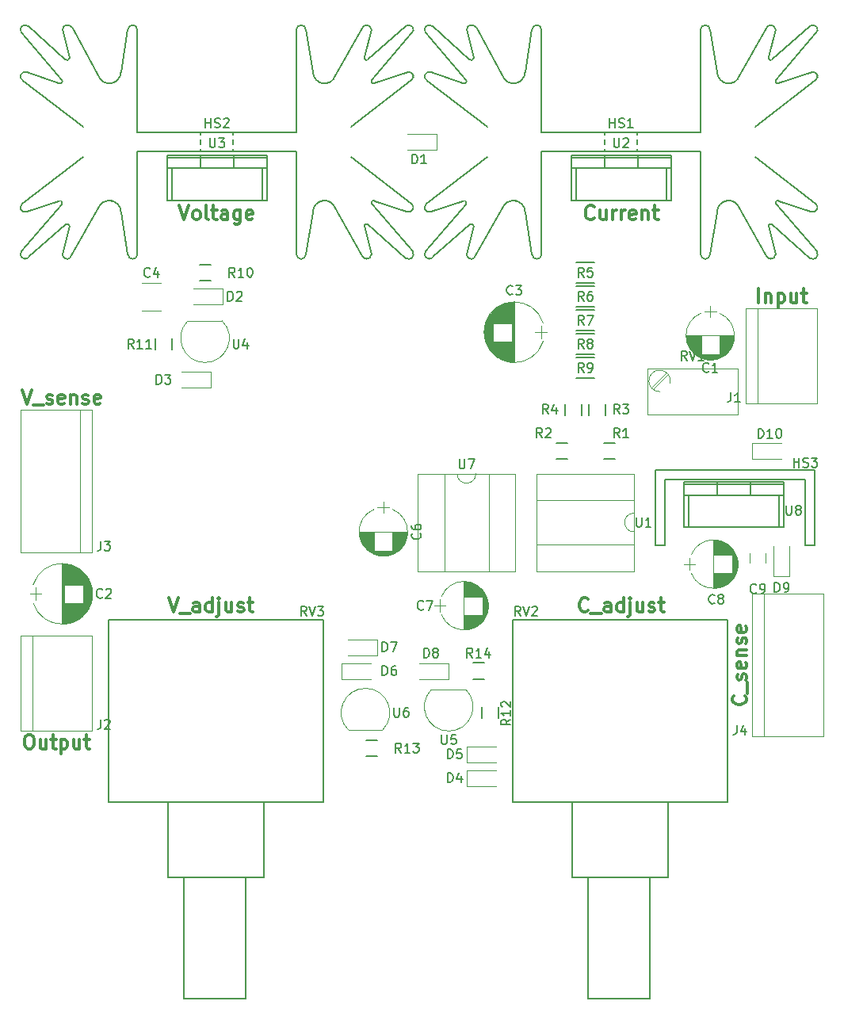
<source format=gto>
G04 #@! TF.FileFunction,Legend,Top*
%FSLAX46Y46*%
G04 Gerber Fmt 4.6, Leading zero omitted, Abs format (unit mm)*
G04 Created by KiCad (PCBNEW 4.0.5) date Sat Mar 18 13:09:48 2017*
%MOMM*%
%LPD*%
G01*
G04 APERTURE LIST*
%ADD10C,0.100000*%
%ADD11C,0.300000*%
%ADD12C,0.120000*%
%ADD13C,0.150000*%
G04 APERTURE END LIST*
D10*
D11*
X144725000Y-119828571D02*
X145225000Y-121328571D01*
X145725000Y-119828571D01*
X145867857Y-121471429D02*
X147010714Y-121471429D01*
X148010714Y-121328571D02*
X148010714Y-120542857D01*
X147939285Y-120400000D01*
X147796428Y-120328571D01*
X147510714Y-120328571D01*
X147367857Y-120400000D01*
X148010714Y-121257143D02*
X147867857Y-121328571D01*
X147510714Y-121328571D01*
X147367857Y-121257143D01*
X147296428Y-121114286D01*
X147296428Y-120971429D01*
X147367857Y-120828571D01*
X147510714Y-120757143D01*
X147867857Y-120757143D01*
X148010714Y-120685714D01*
X149367857Y-121328571D02*
X149367857Y-119828571D01*
X149367857Y-121257143D02*
X149225000Y-121328571D01*
X148939286Y-121328571D01*
X148796428Y-121257143D01*
X148725000Y-121185714D01*
X148653571Y-121042857D01*
X148653571Y-120614286D01*
X148725000Y-120471429D01*
X148796428Y-120400000D01*
X148939286Y-120328571D01*
X149225000Y-120328571D01*
X149367857Y-120400000D01*
X150082143Y-120328571D02*
X150082143Y-121614286D01*
X150010714Y-121757143D01*
X149867857Y-121828571D01*
X149796429Y-121828571D01*
X150082143Y-119828571D02*
X150010714Y-119900000D01*
X150082143Y-119971429D01*
X150153571Y-119900000D01*
X150082143Y-119828571D01*
X150082143Y-119971429D01*
X151439286Y-120328571D02*
X151439286Y-121328571D01*
X150796429Y-120328571D02*
X150796429Y-121114286D01*
X150867857Y-121257143D01*
X151010715Y-121328571D01*
X151225000Y-121328571D01*
X151367857Y-121257143D01*
X151439286Y-121185714D01*
X152082143Y-121257143D02*
X152225000Y-121328571D01*
X152510715Y-121328571D01*
X152653572Y-121257143D01*
X152725000Y-121114286D01*
X152725000Y-121042857D01*
X152653572Y-120900000D01*
X152510715Y-120828571D01*
X152296429Y-120828571D01*
X152153572Y-120757143D01*
X152082143Y-120614286D01*
X152082143Y-120542857D01*
X152153572Y-120400000D01*
X152296429Y-120328571D01*
X152510715Y-120328571D01*
X152653572Y-120400000D01*
X153153572Y-120328571D02*
X153725001Y-120328571D01*
X153367858Y-119828571D02*
X153367858Y-121114286D01*
X153439286Y-121257143D01*
X153582144Y-121328571D01*
X153725001Y-121328571D01*
X189504286Y-121185714D02*
X189432857Y-121257143D01*
X189218571Y-121328571D01*
X189075714Y-121328571D01*
X188861429Y-121257143D01*
X188718571Y-121114286D01*
X188647143Y-120971429D01*
X188575714Y-120685714D01*
X188575714Y-120471429D01*
X188647143Y-120185714D01*
X188718571Y-120042857D01*
X188861429Y-119900000D01*
X189075714Y-119828571D01*
X189218571Y-119828571D01*
X189432857Y-119900000D01*
X189504286Y-119971429D01*
X189790000Y-121471429D02*
X190932857Y-121471429D01*
X191932857Y-121328571D02*
X191932857Y-120542857D01*
X191861428Y-120400000D01*
X191718571Y-120328571D01*
X191432857Y-120328571D01*
X191290000Y-120400000D01*
X191932857Y-121257143D02*
X191790000Y-121328571D01*
X191432857Y-121328571D01*
X191290000Y-121257143D01*
X191218571Y-121114286D01*
X191218571Y-120971429D01*
X191290000Y-120828571D01*
X191432857Y-120757143D01*
X191790000Y-120757143D01*
X191932857Y-120685714D01*
X193290000Y-121328571D02*
X193290000Y-119828571D01*
X193290000Y-121257143D02*
X193147143Y-121328571D01*
X192861429Y-121328571D01*
X192718571Y-121257143D01*
X192647143Y-121185714D01*
X192575714Y-121042857D01*
X192575714Y-120614286D01*
X192647143Y-120471429D01*
X192718571Y-120400000D01*
X192861429Y-120328571D01*
X193147143Y-120328571D01*
X193290000Y-120400000D01*
X194004286Y-120328571D02*
X194004286Y-121614286D01*
X193932857Y-121757143D01*
X193790000Y-121828571D01*
X193718572Y-121828571D01*
X194004286Y-119828571D02*
X193932857Y-119900000D01*
X194004286Y-119971429D01*
X194075714Y-119900000D01*
X194004286Y-119828571D01*
X194004286Y-119971429D01*
X195361429Y-120328571D02*
X195361429Y-121328571D01*
X194718572Y-120328571D02*
X194718572Y-121114286D01*
X194790000Y-121257143D01*
X194932858Y-121328571D01*
X195147143Y-121328571D01*
X195290000Y-121257143D01*
X195361429Y-121185714D01*
X196004286Y-121257143D02*
X196147143Y-121328571D01*
X196432858Y-121328571D01*
X196575715Y-121257143D01*
X196647143Y-121114286D01*
X196647143Y-121042857D01*
X196575715Y-120900000D01*
X196432858Y-120828571D01*
X196218572Y-120828571D01*
X196075715Y-120757143D01*
X196004286Y-120614286D01*
X196004286Y-120542857D01*
X196075715Y-120400000D01*
X196218572Y-120328571D01*
X196432858Y-120328571D01*
X196575715Y-120400000D01*
X197075715Y-120328571D02*
X197647144Y-120328571D01*
X197290001Y-119828571D02*
X197290001Y-121114286D01*
X197361429Y-121257143D01*
X197504287Y-121328571D01*
X197647144Y-121328571D01*
X206275714Y-130285714D02*
X206347143Y-130357143D01*
X206418571Y-130571429D01*
X206418571Y-130714286D01*
X206347143Y-130928571D01*
X206204286Y-131071429D01*
X206061429Y-131142857D01*
X205775714Y-131214286D01*
X205561429Y-131214286D01*
X205275714Y-131142857D01*
X205132857Y-131071429D01*
X204990000Y-130928571D01*
X204918571Y-130714286D01*
X204918571Y-130571429D01*
X204990000Y-130357143D01*
X205061429Y-130285714D01*
X206561429Y-130000000D02*
X206561429Y-128857143D01*
X206347143Y-128571429D02*
X206418571Y-128428572D01*
X206418571Y-128142857D01*
X206347143Y-128000000D01*
X206204286Y-127928572D01*
X206132857Y-127928572D01*
X205990000Y-128000000D01*
X205918571Y-128142857D01*
X205918571Y-128357143D01*
X205847143Y-128500000D01*
X205704286Y-128571429D01*
X205632857Y-128571429D01*
X205490000Y-128500000D01*
X205418571Y-128357143D01*
X205418571Y-128142857D01*
X205490000Y-128000000D01*
X206347143Y-126714286D02*
X206418571Y-126857143D01*
X206418571Y-127142857D01*
X206347143Y-127285714D01*
X206204286Y-127357143D01*
X205632857Y-127357143D01*
X205490000Y-127285714D01*
X205418571Y-127142857D01*
X205418571Y-126857143D01*
X205490000Y-126714286D01*
X205632857Y-126642857D01*
X205775714Y-126642857D01*
X205918571Y-127357143D01*
X205418571Y-126000000D02*
X206418571Y-126000000D01*
X205561429Y-126000000D02*
X205490000Y-125928572D01*
X205418571Y-125785714D01*
X205418571Y-125571429D01*
X205490000Y-125428572D01*
X205632857Y-125357143D01*
X206418571Y-125357143D01*
X206347143Y-124714286D02*
X206418571Y-124571429D01*
X206418571Y-124285714D01*
X206347143Y-124142857D01*
X206204286Y-124071429D01*
X206132857Y-124071429D01*
X205990000Y-124142857D01*
X205918571Y-124285714D01*
X205918571Y-124500000D01*
X205847143Y-124642857D01*
X205704286Y-124714286D01*
X205632857Y-124714286D01*
X205490000Y-124642857D01*
X205418571Y-124500000D01*
X205418571Y-124285714D01*
X205490000Y-124142857D01*
X206347143Y-122857143D02*
X206418571Y-123000000D01*
X206418571Y-123285714D01*
X206347143Y-123428571D01*
X206204286Y-123500000D01*
X205632857Y-123500000D01*
X205490000Y-123428571D01*
X205418571Y-123285714D01*
X205418571Y-123000000D01*
X205490000Y-122857143D01*
X205632857Y-122785714D01*
X205775714Y-122785714D01*
X205918571Y-123500000D01*
X207720714Y-88308571D02*
X207720714Y-86808571D01*
X208435000Y-87308571D02*
X208435000Y-88308571D01*
X208435000Y-87451429D02*
X208506428Y-87380000D01*
X208649286Y-87308571D01*
X208863571Y-87308571D01*
X209006428Y-87380000D01*
X209077857Y-87522857D01*
X209077857Y-88308571D01*
X209792143Y-87308571D02*
X209792143Y-88808571D01*
X209792143Y-87380000D02*
X209935000Y-87308571D01*
X210220714Y-87308571D01*
X210363571Y-87380000D01*
X210435000Y-87451429D01*
X210506429Y-87594286D01*
X210506429Y-88022857D01*
X210435000Y-88165714D01*
X210363571Y-88237143D01*
X210220714Y-88308571D01*
X209935000Y-88308571D01*
X209792143Y-88237143D01*
X211792143Y-87308571D02*
X211792143Y-88308571D01*
X211149286Y-87308571D02*
X211149286Y-88094286D01*
X211220714Y-88237143D01*
X211363572Y-88308571D01*
X211577857Y-88308571D01*
X211720714Y-88237143D01*
X211792143Y-88165714D01*
X212292143Y-87308571D02*
X212863572Y-87308571D01*
X212506429Y-86808571D02*
X212506429Y-88094286D01*
X212577857Y-88237143D01*
X212720715Y-88308571D01*
X212863572Y-88308571D01*
X129679285Y-134433571D02*
X129964999Y-134433571D01*
X130107857Y-134505000D01*
X130250714Y-134647857D01*
X130322142Y-134933571D01*
X130322142Y-135433571D01*
X130250714Y-135719286D01*
X130107857Y-135862143D01*
X129964999Y-135933571D01*
X129679285Y-135933571D01*
X129536428Y-135862143D01*
X129393571Y-135719286D01*
X129322142Y-135433571D01*
X129322142Y-134933571D01*
X129393571Y-134647857D01*
X129536428Y-134505000D01*
X129679285Y-134433571D01*
X131607857Y-134933571D02*
X131607857Y-135933571D01*
X130965000Y-134933571D02*
X130965000Y-135719286D01*
X131036428Y-135862143D01*
X131179286Y-135933571D01*
X131393571Y-135933571D01*
X131536428Y-135862143D01*
X131607857Y-135790714D01*
X132107857Y-134933571D02*
X132679286Y-134933571D01*
X132322143Y-134433571D02*
X132322143Y-135719286D01*
X132393571Y-135862143D01*
X132536429Y-135933571D01*
X132679286Y-135933571D01*
X133179286Y-134933571D02*
X133179286Y-136433571D01*
X133179286Y-135005000D02*
X133322143Y-134933571D01*
X133607857Y-134933571D01*
X133750714Y-135005000D01*
X133822143Y-135076429D01*
X133893572Y-135219286D01*
X133893572Y-135647857D01*
X133822143Y-135790714D01*
X133750714Y-135862143D01*
X133607857Y-135933571D01*
X133322143Y-135933571D01*
X133179286Y-135862143D01*
X135179286Y-134933571D02*
X135179286Y-135933571D01*
X134536429Y-134933571D02*
X134536429Y-135719286D01*
X134607857Y-135862143D01*
X134750715Y-135933571D01*
X134965000Y-135933571D01*
X135107857Y-135862143D01*
X135179286Y-135790714D01*
X135679286Y-134933571D02*
X136250715Y-134933571D01*
X135893572Y-134433571D02*
X135893572Y-135719286D01*
X135965000Y-135862143D01*
X136107858Y-135933571D01*
X136250715Y-135933571D01*
X129100000Y-97603571D02*
X129600000Y-99103571D01*
X130100000Y-97603571D01*
X130242857Y-99246429D02*
X131385714Y-99246429D01*
X131671428Y-99032143D02*
X131814285Y-99103571D01*
X132100000Y-99103571D01*
X132242857Y-99032143D01*
X132314285Y-98889286D01*
X132314285Y-98817857D01*
X132242857Y-98675000D01*
X132100000Y-98603571D01*
X131885714Y-98603571D01*
X131742857Y-98532143D01*
X131671428Y-98389286D01*
X131671428Y-98317857D01*
X131742857Y-98175000D01*
X131885714Y-98103571D01*
X132100000Y-98103571D01*
X132242857Y-98175000D01*
X133528571Y-99032143D02*
X133385714Y-99103571D01*
X133100000Y-99103571D01*
X132957143Y-99032143D01*
X132885714Y-98889286D01*
X132885714Y-98317857D01*
X132957143Y-98175000D01*
X133100000Y-98103571D01*
X133385714Y-98103571D01*
X133528571Y-98175000D01*
X133600000Y-98317857D01*
X133600000Y-98460714D01*
X132885714Y-98603571D01*
X134242857Y-98103571D02*
X134242857Y-99103571D01*
X134242857Y-98246429D02*
X134314285Y-98175000D01*
X134457143Y-98103571D01*
X134671428Y-98103571D01*
X134814285Y-98175000D01*
X134885714Y-98317857D01*
X134885714Y-99103571D01*
X135528571Y-99032143D02*
X135671428Y-99103571D01*
X135957143Y-99103571D01*
X136100000Y-99032143D01*
X136171428Y-98889286D01*
X136171428Y-98817857D01*
X136100000Y-98675000D01*
X135957143Y-98603571D01*
X135742857Y-98603571D01*
X135600000Y-98532143D01*
X135528571Y-98389286D01*
X135528571Y-98317857D01*
X135600000Y-98175000D01*
X135742857Y-98103571D01*
X135957143Y-98103571D01*
X136100000Y-98175000D01*
X137385714Y-99032143D02*
X137242857Y-99103571D01*
X136957143Y-99103571D01*
X136814286Y-99032143D01*
X136742857Y-98889286D01*
X136742857Y-98317857D01*
X136814286Y-98175000D01*
X136957143Y-98103571D01*
X137242857Y-98103571D01*
X137385714Y-98175000D01*
X137457143Y-98317857D01*
X137457143Y-98460714D01*
X136742857Y-98603571D01*
X190147144Y-79275714D02*
X190075715Y-79347143D01*
X189861429Y-79418571D01*
X189718572Y-79418571D01*
X189504287Y-79347143D01*
X189361429Y-79204286D01*
X189290001Y-79061429D01*
X189218572Y-78775714D01*
X189218572Y-78561429D01*
X189290001Y-78275714D01*
X189361429Y-78132857D01*
X189504287Y-77990000D01*
X189718572Y-77918571D01*
X189861429Y-77918571D01*
X190075715Y-77990000D01*
X190147144Y-78061429D01*
X191432858Y-78418571D02*
X191432858Y-79418571D01*
X190790001Y-78418571D02*
X190790001Y-79204286D01*
X190861429Y-79347143D01*
X191004287Y-79418571D01*
X191218572Y-79418571D01*
X191361429Y-79347143D01*
X191432858Y-79275714D01*
X192147144Y-79418571D02*
X192147144Y-78418571D01*
X192147144Y-78704286D02*
X192218572Y-78561429D01*
X192290001Y-78490000D01*
X192432858Y-78418571D01*
X192575715Y-78418571D01*
X193075715Y-79418571D02*
X193075715Y-78418571D01*
X193075715Y-78704286D02*
X193147143Y-78561429D01*
X193218572Y-78490000D01*
X193361429Y-78418571D01*
X193504286Y-78418571D01*
X194575714Y-79347143D02*
X194432857Y-79418571D01*
X194147143Y-79418571D01*
X194004286Y-79347143D01*
X193932857Y-79204286D01*
X193932857Y-78632857D01*
X194004286Y-78490000D01*
X194147143Y-78418571D01*
X194432857Y-78418571D01*
X194575714Y-78490000D01*
X194647143Y-78632857D01*
X194647143Y-78775714D01*
X193932857Y-78918571D01*
X195290000Y-78418571D02*
X195290000Y-79418571D01*
X195290000Y-78561429D02*
X195361428Y-78490000D01*
X195504286Y-78418571D01*
X195718571Y-78418571D01*
X195861428Y-78490000D01*
X195932857Y-78632857D01*
X195932857Y-79418571D01*
X196432857Y-78418571D02*
X197004286Y-78418571D01*
X196647143Y-77918571D02*
X196647143Y-79204286D01*
X196718571Y-79347143D01*
X196861429Y-79418571D01*
X197004286Y-79418571D01*
X145860000Y-77918571D02*
X146360000Y-79418571D01*
X146860000Y-77918571D01*
X147574286Y-79418571D02*
X147431428Y-79347143D01*
X147360000Y-79275714D01*
X147288571Y-79132857D01*
X147288571Y-78704286D01*
X147360000Y-78561429D01*
X147431428Y-78490000D01*
X147574286Y-78418571D01*
X147788571Y-78418571D01*
X147931428Y-78490000D01*
X148002857Y-78561429D01*
X148074286Y-78704286D01*
X148074286Y-79132857D01*
X148002857Y-79275714D01*
X147931428Y-79347143D01*
X147788571Y-79418571D01*
X147574286Y-79418571D01*
X148931429Y-79418571D02*
X148788571Y-79347143D01*
X148717143Y-79204286D01*
X148717143Y-77918571D01*
X149288571Y-78418571D02*
X149860000Y-78418571D01*
X149502857Y-77918571D02*
X149502857Y-79204286D01*
X149574285Y-79347143D01*
X149717143Y-79418571D01*
X149860000Y-79418571D01*
X151002857Y-79418571D02*
X151002857Y-78632857D01*
X150931428Y-78490000D01*
X150788571Y-78418571D01*
X150502857Y-78418571D01*
X150360000Y-78490000D01*
X151002857Y-79347143D02*
X150860000Y-79418571D01*
X150502857Y-79418571D01*
X150360000Y-79347143D01*
X150288571Y-79204286D01*
X150288571Y-79061429D01*
X150360000Y-78918571D01*
X150502857Y-78847143D01*
X150860000Y-78847143D01*
X151002857Y-78775714D01*
X152360000Y-78418571D02*
X152360000Y-79632857D01*
X152288571Y-79775714D01*
X152217143Y-79847143D01*
X152074286Y-79918571D01*
X151860000Y-79918571D01*
X151717143Y-79847143D01*
X152360000Y-79347143D02*
X152217143Y-79418571D01*
X151931429Y-79418571D01*
X151788571Y-79347143D01*
X151717143Y-79275714D01*
X151645714Y-79132857D01*
X151645714Y-78704286D01*
X151717143Y-78561429D01*
X151788571Y-78490000D01*
X151931429Y-78418571D01*
X152217143Y-78418571D01*
X152360000Y-78490000D01*
X153645714Y-79347143D02*
X153502857Y-79418571D01*
X153217143Y-79418571D01*
X153074286Y-79347143D01*
X153002857Y-79204286D01*
X153002857Y-78632857D01*
X153074286Y-78490000D01*
X153217143Y-78418571D01*
X153502857Y-78418571D01*
X153645714Y-78490000D01*
X153717143Y-78632857D01*
X153717143Y-78775714D01*
X153002857Y-78918571D01*
D12*
X203546400Y-94201863D02*
G75*
G03X203545000Y-89407564I-981400J2396863D01*
G01*
X201583600Y-94201863D02*
G75*
G02X201585000Y-89407564I981400J2396863D01*
G01*
X201583600Y-94201863D02*
G75*
G03X203545000Y-94202436I981400J2396863D01*
G01*
X205115000Y-91805000D02*
X200015000Y-91805000D01*
X205115000Y-91845000D02*
X203545000Y-91845000D01*
X201585000Y-91845000D02*
X200015000Y-91845000D01*
X205114000Y-91885000D02*
X203545000Y-91885000D01*
X201585000Y-91885000D02*
X200016000Y-91885000D01*
X205113000Y-91925000D02*
X203545000Y-91925000D01*
X201585000Y-91925000D02*
X200017000Y-91925000D01*
X205111000Y-91965000D02*
X203545000Y-91965000D01*
X201585000Y-91965000D02*
X200019000Y-91965000D01*
X205108000Y-92005000D02*
X203545000Y-92005000D01*
X201585000Y-92005000D02*
X200022000Y-92005000D01*
X205104000Y-92045000D02*
X203545000Y-92045000D01*
X201585000Y-92045000D02*
X200026000Y-92045000D01*
X205100000Y-92085000D02*
X203545000Y-92085000D01*
X201585000Y-92085000D02*
X200030000Y-92085000D01*
X205096000Y-92125000D02*
X203545000Y-92125000D01*
X201585000Y-92125000D02*
X200034000Y-92125000D01*
X205090000Y-92165000D02*
X203545000Y-92165000D01*
X201585000Y-92165000D02*
X200040000Y-92165000D01*
X205084000Y-92205000D02*
X203545000Y-92205000D01*
X201585000Y-92205000D02*
X200046000Y-92205000D01*
X205078000Y-92245000D02*
X203545000Y-92245000D01*
X201585000Y-92245000D02*
X200052000Y-92245000D01*
X205071000Y-92285000D02*
X203545000Y-92285000D01*
X201585000Y-92285000D02*
X200059000Y-92285000D01*
X205063000Y-92325000D02*
X203545000Y-92325000D01*
X201585000Y-92325000D02*
X200067000Y-92325000D01*
X205054000Y-92365000D02*
X203545000Y-92365000D01*
X201585000Y-92365000D02*
X200076000Y-92365000D01*
X205045000Y-92405000D02*
X203545000Y-92405000D01*
X201585000Y-92405000D02*
X200085000Y-92405000D01*
X205035000Y-92445000D02*
X203545000Y-92445000D01*
X201585000Y-92445000D02*
X200095000Y-92445000D01*
X205025000Y-92485000D02*
X203545000Y-92485000D01*
X201585000Y-92485000D02*
X200105000Y-92485000D01*
X205013000Y-92526000D02*
X203545000Y-92526000D01*
X201585000Y-92526000D02*
X200117000Y-92526000D01*
X205001000Y-92566000D02*
X203545000Y-92566000D01*
X201585000Y-92566000D02*
X200129000Y-92566000D01*
X204989000Y-92606000D02*
X203545000Y-92606000D01*
X201585000Y-92606000D02*
X200141000Y-92606000D01*
X204975000Y-92646000D02*
X203545000Y-92646000D01*
X201585000Y-92646000D02*
X200155000Y-92646000D01*
X204961000Y-92686000D02*
X203545000Y-92686000D01*
X201585000Y-92686000D02*
X200169000Y-92686000D01*
X204947000Y-92726000D02*
X203545000Y-92726000D01*
X201585000Y-92726000D02*
X200183000Y-92726000D01*
X204931000Y-92766000D02*
X203545000Y-92766000D01*
X201585000Y-92766000D02*
X200199000Y-92766000D01*
X204915000Y-92806000D02*
X203545000Y-92806000D01*
X201585000Y-92806000D02*
X200215000Y-92806000D01*
X204898000Y-92846000D02*
X203545000Y-92846000D01*
X201585000Y-92846000D02*
X200232000Y-92846000D01*
X204880000Y-92886000D02*
X203545000Y-92886000D01*
X201585000Y-92886000D02*
X200250000Y-92886000D01*
X204861000Y-92926000D02*
X203545000Y-92926000D01*
X201585000Y-92926000D02*
X200269000Y-92926000D01*
X204841000Y-92966000D02*
X203545000Y-92966000D01*
X201585000Y-92966000D02*
X200289000Y-92966000D01*
X204821000Y-93006000D02*
X203545000Y-93006000D01*
X201585000Y-93006000D02*
X200309000Y-93006000D01*
X204799000Y-93046000D02*
X203545000Y-93046000D01*
X201585000Y-93046000D02*
X200331000Y-93046000D01*
X204777000Y-93086000D02*
X203545000Y-93086000D01*
X201585000Y-93086000D02*
X200353000Y-93086000D01*
X204754000Y-93126000D02*
X203545000Y-93126000D01*
X201585000Y-93126000D02*
X200376000Y-93126000D01*
X204730000Y-93166000D02*
X203545000Y-93166000D01*
X201585000Y-93166000D02*
X200400000Y-93166000D01*
X204705000Y-93206000D02*
X203545000Y-93206000D01*
X201585000Y-93206000D02*
X200425000Y-93206000D01*
X204678000Y-93246000D02*
X203545000Y-93246000D01*
X201585000Y-93246000D02*
X200452000Y-93246000D01*
X204651000Y-93286000D02*
X203545000Y-93286000D01*
X201585000Y-93286000D02*
X200479000Y-93286000D01*
X204623000Y-93326000D02*
X203545000Y-93326000D01*
X201585000Y-93326000D02*
X200507000Y-93326000D01*
X204593000Y-93366000D02*
X203545000Y-93366000D01*
X201585000Y-93366000D02*
X200537000Y-93366000D01*
X204562000Y-93406000D02*
X203545000Y-93406000D01*
X201585000Y-93406000D02*
X200568000Y-93406000D01*
X204530000Y-93446000D02*
X203545000Y-93446000D01*
X201585000Y-93446000D02*
X200600000Y-93446000D01*
X204497000Y-93486000D02*
X203545000Y-93486000D01*
X201585000Y-93486000D02*
X200633000Y-93486000D01*
X204462000Y-93526000D02*
X203545000Y-93526000D01*
X201585000Y-93526000D02*
X200668000Y-93526000D01*
X204426000Y-93566000D02*
X203545000Y-93566000D01*
X201585000Y-93566000D02*
X200704000Y-93566000D01*
X204388000Y-93606000D02*
X203545000Y-93606000D01*
X201585000Y-93606000D02*
X200742000Y-93606000D01*
X204348000Y-93646000D02*
X203545000Y-93646000D01*
X201585000Y-93646000D02*
X200782000Y-93646000D01*
X204307000Y-93686000D02*
X203545000Y-93686000D01*
X201585000Y-93686000D02*
X200823000Y-93686000D01*
X204264000Y-93726000D02*
X203545000Y-93726000D01*
X201585000Y-93726000D02*
X200866000Y-93726000D01*
X204219000Y-93766000D02*
X203545000Y-93766000D01*
X201585000Y-93766000D02*
X200911000Y-93766000D01*
X204171000Y-93806000D02*
X200959000Y-93806000D01*
X204121000Y-93846000D02*
X201009000Y-93846000D01*
X204069000Y-93886000D02*
X201061000Y-93886000D01*
X204013000Y-93926000D02*
X201117000Y-93926000D01*
X203955000Y-93966000D02*
X201175000Y-93966000D01*
X203892000Y-94006000D02*
X201238000Y-94006000D01*
X203826000Y-94046000D02*
X201304000Y-94046000D01*
X203754000Y-94086000D02*
X201376000Y-94086000D01*
X203677000Y-94126000D02*
X201453000Y-94126000D01*
X203593000Y-94166000D02*
X201537000Y-94166000D01*
X203499000Y-94206000D02*
X201631000Y-94206000D01*
X203394000Y-94246000D02*
X201736000Y-94246000D01*
X203272000Y-94286000D02*
X201858000Y-94286000D01*
X203124000Y-94326000D02*
X202006000Y-94326000D01*
X202919000Y-94366000D02*
X202211000Y-94366000D01*
X202565000Y-88605000D02*
X202565000Y-89805000D01*
X203215000Y-89205000D02*
X201915000Y-89205000D01*
X136418440Y-118400643D02*
G75*
G03X130241764Y-118400000I-3088440J-979357D01*
G01*
X136418440Y-120359357D02*
G75*
G02X130241764Y-120360000I-3088440J979357D01*
G01*
X136418440Y-120359357D02*
G75*
G03X136418236Y-118400000I-3088440J979357D01*
G01*
X133330000Y-116180000D02*
X133330000Y-122580000D01*
X133370000Y-116180000D02*
X133370000Y-122580000D01*
X133410000Y-116180000D02*
X133410000Y-122580000D01*
X133450000Y-116182000D02*
X133450000Y-122578000D01*
X133490000Y-116183000D02*
X133490000Y-122577000D01*
X133530000Y-116186000D02*
X133530000Y-122574000D01*
X133570000Y-116188000D02*
X133570000Y-122572000D01*
X133610000Y-116192000D02*
X133610000Y-118400000D01*
X133610000Y-120360000D02*
X133610000Y-122568000D01*
X133650000Y-116195000D02*
X133650000Y-118400000D01*
X133650000Y-120360000D02*
X133650000Y-122565000D01*
X133690000Y-116200000D02*
X133690000Y-118400000D01*
X133690000Y-120360000D02*
X133690000Y-122560000D01*
X133730000Y-116204000D02*
X133730000Y-118400000D01*
X133730000Y-120360000D02*
X133730000Y-122556000D01*
X133770000Y-116210000D02*
X133770000Y-118400000D01*
X133770000Y-120360000D02*
X133770000Y-122550000D01*
X133810000Y-116215000D02*
X133810000Y-118400000D01*
X133810000Y-120360000D02*
X133810000Y-122545000D01*
X133850000Y-116222000D02*
X133850000Y-118400000D01*
X133850000Y-120360000D02*
X133850000Y-122538000D01*
X133890000Y-116228000D02*
X133890000Y-118400000D01*
X133890000Y-120360000D02*
X133890000Y-122532000D01*
X133930000Y-116236000D02*
X133930000Y-118400000D01*
X133930000Y-120360000D02*
X133930000Y-122524000D01*
X133970000Y-116243000D02*
X133970000Y-118400000D01*
X133970000Y-120360000D02*
X133970000Y-122517000D01*
X134010000Y-116252000D02*
X134010000Y-118400000D01*
X134010000Y-120360000D02*
X134010000Y-122508000D01*
X134051000Y-116261000D02*
X134051000Y-118400000D01*
X134051000Y-120360000D02*
X134051000Y-122499000D01*
X134091000Y-116270000D02*
X134091000Y-118400000D01*
X134091000Y-120360000D02*
X134091000Y-122490000D01*
X134131000Y-116280000D02*
X134131000Y-118400000D01*
X134131000Y-120360000D02*
X134131000Y-122480000D01*
X134171000Y-116290000D02*
X134171000Y-118400000D01*
X134171000Y-120360000D02*
X134171000Y-122470000D01*
X134211000Y-116301000D02*
X134211000Y-118400000D01*
X134211000Y-120360000D02*
X134211000Y-122459000D01*
X134251000Y-116313000D02*
X134251000Y-118400000D01*
X134251000Y-120360000D02*
X134251000Y-122447000D01*
X134291000Y-116325000D02*
X134291000Y-118400000D01*
X134291000Y-120360000D02*
X134291000Y-122435000D01*
X134331000Y-116338000D02*
X134331000Y-118400000D01*
X134331000Y-120360000D02*
X134331000Y-122422000D01*
X134371000Y-116351000D02*
X134371000Y-118400000D01*
X134371000Y-120360000D02*
X134371000Y-122409000D01*
X134411000Y-116365000D02*
X134411000Y-118400000D01*
X134411000Y-120360000D02*
X134411000Y-122395000D01*
X134451000Y-116379000D02*
X134451000Y-118400000D01*
X134451000Y-120360000D02*
X134451000Y-122381000D01*
X134491000Y-116394000D02*
X134491000Y-118400000D01*
X134491000Y-120360000D02*
X134491000Y-122366000D01*
X134531000Y-116410000D02*
X134531000Y-118400000D01*
X134531000Y-120360000D02*
X134531000Y-122350000D01*
X134571000Y-116426000D02*
X134571000Y-118400000D01*
X134571000Y-120360000D02*
X134571000Y-122334000D01*
X134611000Y-116443000D02*
X134611000Y-118400000D01*
X134611000Y-120360000D02*
X134611000Y-122317000D01*
X134651000Y-116461000D02*
X134651000Y-118400000D01*
X134651000Y-120360000D02*
X134651000Y-122299000D01*
X134691000Y-116479000D02*
X134691000Y-118400000D01*
X134691000Y-120360000D02*
X134691000Y-122281000D01*
X134731000Y-116498000D02*
X134731000Y-118400000D01*
X134731000Y-120360000D02*
X134731000Y-122262000D01*
X134771000Y-116517000D02*
X134771000Y-118400000D01*
X134771000Y-120360000D02*
X134771000Y-122243000D01*
X134811000Y-116537000D02*
X134811000Y-118400000D01*
X134811000Y-120360000D02*
X134811000Y-122223000D01*
X134851000Y-116558000D02*
X134851000Y-118400000D01*
X134851000Y-120360000D02*
X134851000Y-122202000D01*
X134891000Y-116580000D02*
X134891000Y-118400000D01*
X134891000Y-120360000D02*
X134891000Y-122180000D01*
X134931000Y-116602000D02*
X134931000Y-118400000D01*
X134931000Y-120360000D02*
X134931000Y-122158000D01*
X134971000Y-116625000D02*
X134971000Y-118400000D01*
X134971000Y-120360000D02*
X134971000Y-122135000D01*
X135011000Y-116649000D02*
X135011000Y-118400000D01*
X135011000Y-120360000D02*
X135011000Y-122111000D01*
X135051000Y-116674000D02*
X135051000Y-118400000D01*
X135051000Y-120360000D02*
X135051000Y-122086000D01*
X135091000Y-116699000D02*
X135091000Y-118400000D01*
X135091000Y-120360000D02*
X135091000Y-122061000D01*
X135131000Y-116726000D02*
X135131000Y-118400000D01*
X135131000Y-120360000D02*
X135131000Y-122034000D01*
X135171000Y-116753000D02*
X135171000Y-118400000D01*
X135171000Y-120360000D02*
X135171000Y-122007000D01*
X135211000Y-116781000D02*
X135211000Y-118400000D01*
X135211000Y-120360000D02*
X135211000Y-121979000D01*
X135251000Y-116810000D02*
X135251000Y-118400000D01*
X135251000Y-120360000D02*
X135251000Y-121950000D01*
X135291000Y-116840000D02*
X135291000Y-118400000D01*
X135291000Y-120360000D02*
X135291000Y-121920000D01*
X135331000Y-116870000D02*
X135331000Y-118400000D01*
X135331000Y-120360000D02*
X135331000Y-121890000D01*
X135371000Y-116902000D02*
X135371000Y-118400000D01*
X135371000Y-120360000D02*
X135371000Y-121858000D01*
X135411000Y-116935000D02*
X135411000Y-118400000D01*
X135411000Y-120360000D02*
X135411000Y-121825000D01*
X135451000Y-116969000D02*
X135451000Y-118400000D01*
X135451000Y-120360000D02*
X135451000Y-121791000D01*
X135491000Y-117005000D02*
X135491000Y-118400000D01*
X135491000Y-120360000D02*
X135491000Y-121755000D01*
X135531000Y-117041000D02*
X135531000Y-118400000D01*
X135531000Y-120360000D02*
X135531000Y-121719000D01*
X135571000Y-117079000D02*
X135571000Y-121681000D01*
X135611000Y-117118000D02*
X135611000Y-121642000D01*
X135651000Y-117158000D02*
X135651000Y-121602000D01*
X135691000Y-117200000D02*
X135691000Y-121560000D01*
X135731000Y-117243000D02*
X135731000Y-121517000D01*
X135771000Y-117288000D02*
X135771000Y-121472000D01*
X135811000Y-117335000D02*
X135811000Y-121425000D01*
X135851000Y-117383000D02*
X135851000Y-121377000D01*
X135891000Y-117434000D02*
X135891000Y-121326000D01*
X135931000Y-117486000D02*
X135931000Y-121274000D01*
X135971000Y-117541000D02*
X135971000Y-121219000D01*
X136011000Y-117599000D02*
X136011000Y-121161000D01*
X136051000Y-117659000D02*
X136051000Y-121101000D01*
X136091000Y-117722000D02*
X136091000Y-121038000D01*
X136131000Y-117789000D02*
X136131000Y-120971000D01*
X136171000Y-117860000D02*
X136171000Y-120900000D01*
X136211000Y-117935000D02*
X136211000Y-120825000D01*
X136251000Y-118016000D02*
X136251000Y-120744000D01*
X136291000Y-118102000D02*
X136291000Y-120658000D01*
X136331000Y-118196000D02*
X136331000Y-120564000D01*
X136371000Y-118299000D02*
X136371000Y-120461000D01*
X136411000Y-118414000D02*
X136411000Y-120346000D01*
X136451000Y-118546000D02*
X136451000Y-120214000D01*
X136491000Y-118704000D02*
X136491000Y-120056000D01*
X136531000Y-118912000D02*
X136531000Y-119848000D01*
X129880000Y-119380000D02*
X131080000Y-119380000D01*
X130480000Y-118730000D02*
X130480000Y-120030000D01*
X178541560Y-92419357D02*
G75*
G03X184718236Y-92420000I3088440J979357D01*
G01*
X178541560Y-90460643D02*
G75*
G02X184718236Y-90460000I3088440J-979357D01*
G01*
X178541560Y-90460643D02*
G75*
G03X178541764Y-92420000I3088440J-979357D01*
G01*
X181630000Y-94640000D02*
X181630000Y-88240000D01*
X181590000Y-94640000D02*
X181590000Y-88240000D01*
X181550000Y-94640000D02*
X181550000Y-88240000D01*
X181510000Y-94638000D02*
X181510000Y-88242000D01*
X181470000Y-94637000D02*
X181470000Y-88243000D01*
X181430000Y-94634000D02*
X181430000Y-88246000D01*
X181390000Y-94632000D02*
X181390000Y-88248000D01*
X181350000Y-94628000D02*
X181350000Y-92420000D01*
X181350000Y-90460000D02*
X181350000Y-88252000D01*
X181310000Y-94625000D02*
X181310000Y-92420000D01*
X181310000Y-90460000D02*
X181310000Y-88255000D01*
X181270000Y-94620000D02*
X181270000Y-92420000D01*
X181270000Y-90460000D02*
X181270000Y-88260000D01*
X181230000Y-94616000D02*
X181230000Y-92420000D01*
X181230000Y-90460000D02*
X181230000Y-88264000D01*
X181190000Y-94610000D02*
X181190000Y-92420000D01*
X181190000Y-90460000D02*
X181190000Y-88270000D01*
X181150000Y-94605000D02*
X181150000Y-92420000D01*
X181150000Y-90460000D02*
X181150000Y-88275000D01*
X181110000Y-94598000D02*
X181110000Y-92420000D01*
X181110000Y-90460000D02*
X181110000Y-88282000D01*
X181070000Y-94592000D02*
X181070000Y-92420000D01*
X181070000Y-90460000D02*
X181070000Y-88288000D01*
X181030000Y-94584000D02*
X181030000Y-92420000D01*
X181030000Y-90460000D02*
X181030000Y-88296000D01*
X180990000Y-94577000D02*
X180990000Y-92420000D01*
X180990000Y-90460000D02*
X180990000Y-88303000D01*
X180950000Y-94568000D02*
X180950000Y-92420000D01*
X180950000Y-90460000D02*
X180950000Y-88312000D01*
X180909000Y-94559000D02*
X180909000Y-92420000D01*
X180909000Y-90460000D02*
X180909000Y-88321000D01*
X180869000Y-94550000D02*
X180869000Y-92420000D01*
X180869000Y-90460000D02*
X180869000Y-88330000D01*
X180829000Y-94540000D02*
X180829000Y-92420000D01*
X180829000Y-90460000D02*
X180829000Y-88340000D01*
X180789000Y-94530000D02*
X180789000Y-92420000D01*
X180789000Y-90460000D02*
X180789000Y-88350000D01*
X180749000Y-94519000D02*
X180749000Y-92420000D01*
X180749000Y-90460000D02*
X180749000Y-88361000D01*
X180709000Y-94507000D02*
X180709000Y-92420000D01*
X180709000Y-90460000D02*
X180709000Y-88373000D01*
X180669000Y-94495000D02*
X180669000Y-92420000D01*
X180669000Y-90460000D02*
X180669000Y-88385000D01*
X180629000Y-94482000D02*
X180629000Y-92420000D01*
X180629000Y-90460000D02*
X180629000Y-88398000D01*
X180589000Y-94469000D02*
X180589000Y-92420000D01*
X180589000Y-90460000D02*
X180589000Y-88411000D01*
X180549000Y-94455000D02*
X180549000Y-92420000D01*
X180549000Y-90460000D02*
X180549000Y-88425000D01*
X180509000Y-94441000D02*
X180509000Y-92420000D01*
X180509000Y-90460000D02*
X180509000Y-88439000D01*
X180469000Y-94426000D02*
X180469000Y-92420000D01*
X180469000Y-90460000D02*
X180469000Y-88454000D01*
X180429000Y-94410000D02*
X180429000Y-92420000D01*
X180429000Y-90460000D02*
X180429000Y-88470000D01*
X180389000Y-94394000D02*
X180389000Y-92420000D01*
X180389000Y-90460000D02*
X180389000Y-88486000D01*
X180349000Y-94377000D02*
X180349000Y-92420000D01*
X180349000Y-90460000D02*
X180349000Y-88503000D01*
X180309000Y-94359000D02*
X180309000Y-92420000D01*
X180309000Y-90460000D02*
X180309000Y-88521000D01*
X180269000Y-94341000D02*
X180269000Y-92420000D01*
X180269000Y-90460000D02*
X180269000Y-88539000D01*
X180229000Y-94322000D02*
X180229000Y-92420000D01*
X180229000Y-90460000D02*
X180229000Y-88558000D01*
X180189000Y-94303000D02*
X180189000Y-92420000D01*
X180189000Y-90460000D02*
X180189000Y-88577000D01*
X180149000Y-94283000D02*
X180149000Y-92420000D01*
X180149000Y-90460000D02*
X180149000Y-88597000D01*
X180109000Y-94262000D02*
X180109000Y-92420000D01*
X180109000Y-90460000D02*
X180109000Y-88618000D01*
X180069000Y-94240000D02*
X180069000Y-92420000D01*
X180069000Y-90460000D02*
X180069000Y-88640000D01*
X180029000Y-94218000D02*
X180029000Y-92420000D01*
X180029000Y-90460000D02*
X180029000Y-88662000D01*
X179989000Y-94195000D02*
X179989000Y-92420000D01*
X179989000Y-90460000D02*
X179989000Y-88685000D01*
X179949000Y-94171000D02*
X179949000Y-92420000D01*
X179949000Y-90460000D02*
X179949000Y-88709000D01*
X179909000Y-94146000D02*
X179909000Y-92420000D01*
X179909000Y-90460000D02*
X179909000Y-88734000D01*
X179869000Y-94121000D02*
X179869000Y-92420000D01*
X179869000Y-90460000D02*
X179869000Y-88759000D01*
X179829000Y-94094000D02*
X179829000Y-92420000D01*
X179829000Y-90460000D02*
X179829000Y-88786000D01*
X179789000Y-94067000D02*
X179789000Y-92420000D01*
X179789000Y-90460000D02*
X179789000Y-88813000D01*
X179749000Y-94039000D02*
X179749000Y-92420000D01*
X179749000Y-90460000D02*
X179749000Y-88841000D01*
X179709000Y-94010000D02*
X179709000Y-92420000D01*
X179709000Y-90460000D02*
X179709000Y-88870000D01*
X179669000Y-93980000D02*
X179669000Y-92420000D01*
X179669000Y-90460000D02*
X179669000Y-88900000D01*
X179629000Y-93950000D02*
X179629000Y-92420000D01*
X179629000Y-90460000D02*
X179629000Y-88930000D01*
X179589000Y-93918000D02*
X179589000Y-92420000D01*
X179589000Y-90460000D02*
X179589000Y-88962000D01*
X179549000Y-93885000D02*
X179549000Y-92420000D01*
X179549000Y-90460000D02*
X179549000Y-88995000D01*
X179509000Y-93851000D02*
X179509000Y-92420000D01*
X179509000Y-90460000D02*
X179509000Y-89029000D01*
X179469000Y-93815000D02*
X179469000Y-92420000D01*
X179469000Y-90460000D02*
X179469000Y-89065000D01*
X179429000Y-93779000D02*
X179429000Y-92420000D01*
X179429000Y-90460000D02*
X179429000Y-89101000D01*
X179389000Y-93741000D02*
X179389000Y-89139000D01*
X179349000Y-93702000D02*
X179349000Y-89178000D01*
X179309000Y-93662000D02*
X179309000Y-89218000D01*
X179269000Y-93620000D02*
X179269000Y-89260000D01*
X179229000Y-93577000D02*
X179229000Y-89303000D01*
X179189000Y-93532000D02*
X179189000Y-89348000D01*
X179149000Y-93485000D02*
X179149000Y-89395000D01*
X179109000Y-93437000D02*
X179109000Y-89443000D01*
X179069000Y-93386000D02*
X179069000Y-89494000D01*
X179029000Y-93334000D02*
X179029000Y-89546000D01*
X178989000Y-93279000D02*
X178989000Y-89601000D01*
X178949000Y-93221000D02*
X178949000Y-89659000D01*
X178909000Y-93161000D02*
X178909000Y-89719000D01*
X178869000Y-93098000D02*
X178869000Y-89782000D01*
X178829000Y-93031000D02*
X178829000Y-89849000D01*
X178789000Y-92960000D02*
X178789000Y-89920000D01*
X178749000Y-92885000D02*
X178749000Y-89995000D01*
X178709000Y-92804000D02*
X178709000Y-90076000D01*
X178669000Y-92718000D02*
X178669000Y-90162000D01*
X178629000Y-92624000D02*
X178629000Y-90256000D01*
X178589000Y-92521000D02*
X178589000Y-90359000D01*
X178549000Y-92406000D02*
X178549000Y-90474000D01*
X178509000Y-92274000D02*
X178509000Y-90606000D01*
X178469000Y-92116000D02*
X178469000Y-90764000D01*
X178429000Y-91908000D02*
X178429000Y-90972000D01*
X185080000Y-91440000D02*
X183880000Y-91440000D01*
X184480000Y-92090000D02*
X184480000Y-90790000D01*
X141875000Y-89105000D02*
X143875000Y-89105000D01*
X143875000Y-86155000D02*
X141875000Y-86155000D01*
X168621400Y-115156863D02*
G75*
G03X168620000Y-110362564I-981400J2396863D01*
G01*
X166658600Y-115156863D02*
G75*
G02X166660000Y-110362564I981400J2396863D01*
G01*
X166658600Y-115156863D02*
G75*
G03X168620000Y-115157436I981400J2396863D01*
G01*
X170190000Y-112760000D02*
X165090000Y-112760000D01*
X170190000Y-112800000D02*
X168620000Y-112800000D01*
X166660000Y-112800000D02*
X165090000Y-112800000D01*
X170189000Y-112840000D02*
X168620000Y-112840000D01*
X166660000Y-112840000D02*
X165091000Y-112840000D01*
X170188000Y-112880000D02*
X168620000Y-112880000D01*
X166660000Y-112880000D02*
X165092000Y-112880000D01*
X170186000Y-112920000D02*
X168620000Y-112920000D01*
X166660000Y-112920000D02*
X165094000Y-112920000D01*
X170183000Y-112960000D02*
X168620000Y-112960000D01*
X166660000Y-112960000D02*
X165097000Y-112960000D01*
X170179000Y-113000000D02*
X168620000Y-113000000D01*
X166660000Y-113000000D02*
X165101000Y-113000000D01*
X170175000Y-113040000D02*
X168620000Y-113040000D01*
X166660000Y-113040000D02*
X165105000Y-113040000D01*
X170171000Y-113080000D02*
X168620000Y-113080000D01*
X166660000Y-113080000D02*
X165109000Y-113080000D01*
X170165000Y-113120000D02*
X168620000Y-113120000D01*
X166660000Y-113120000D02*
X165115000Y-113120000D01*
X170159000Y-113160000D02*
X168620000Y-113160000D01*
X166660000Y-113160000D02*
X165121000Y-113160000D01*
X170153000Y-113200000D02*
X168620000Y-113200000D01*
X166660000Y-113200000D02*
X165127000Y-113200000D01*
X170146000Y-113240000D02*
X168620000Y-113240000D01*
X166660000Y-113240000D02*
X165134000Y-113240000D01*
X170138000Y-113280000D02*
X168620000Y-113280000D01*
X166660000Y-113280000D02*
X165142000Y-113280000D01*
X170129000Y-113320000D02*
X168620000Y-113320000D01*
X166660000Y-113320000D02*
X165151000Y-113320000D01*
X170120000Y-113360000D02*
X168620000Y-113360000D01*
X166660000Y-113360000D02*
X165160000Y-113360000D01*
X170110000Y-113400000D02*
X168620000Y-113400000D01*
X166660000Y-113400000D02*
X165170000Y-113400000D01*
X170100000Y-113440000D02*
X168620000Y-113440000D01*
X166660000Y-113440000D02*
X165180000Y-113440000D01*
X170088000Y-113481000D02*
X168620000Y-113481000D01*
X166660000Y-113481000D02*
X165192000Y-113481000D01*
X170076000Y-113521000D02*
X168620000Y-113521000D01*
X166660000Y-113521000D02*
X165204000Y-113521000D01*
X170064000Y-113561000D02*
X168620000Y-113561000D01*
X166660000Y-113561000D02*
X165216000Y-113561000D01*
X170050000Y-113601000D02*
X168620000Y-113601000D01*
X166660000Y-113601000D02*
X165230000Y-113601000D01*
X170036000Y-113641000D02*
X168620000Y-113641000D01*
X166660000Y-113641000D02*
X165244000Y-113641000D01*
X170022000Y-113681000D02*
X168620000Y-113681000D01*
X166660000Y-113681000D02*
X165258000Y-113681000D01*
X170006000Y-113721000D02*
X168620000Y-113721000D01*
X166660000Y-113721000D02*
X165274000Y-113721000D01*
X169990000Y-113761000D02*
X168620000Y-113761000D01*
X166660000Y-113761000D02*
X165290000Y-113761000D01*
X169973000Y-113801000D02*
X168620000Y-113801000D01*
X166660000Y-113801000D02*
X165307000Y-113801000D01*
X169955000Y-113841000D02*
X168620000Y-113841000D01*
X166660000Y-113841000D02*
X165325000Y-113841000D01*
X169936000Y-113881000D02*
X168620000Y-113881000D01*
X166660000Y-113881000D02*
X165344000Y-113881000D01*
X169916000Y-113921000D02*
X168620000Y-113921000D01*
X166660000Y-113921000D02*
X165364000Y-113921000D01*
X169896000Y-113961000D02*
X168620000Y-113961000D01*
X166660000Y-113961000D02*
X165384000Y-113961000D01*
X169874000Y-114001000D02*
X168620000Y-114001000D01*
X166660000Y-114001000D02*
X165406000Y-114001000D01*
X169852000Y-114041000D02*
X168620000Y-114041000D01*
X166660000Y-114041000D02*
X165428000Y-114041000D01*
X169829000Y-114081000D02*
X168620000Y-114081000D01*
X166660000Y-114081000D02*
X165451000Y-114081000D01*
X169805000Y-114121000D02*
X168620000Y-114121000D01*
X166660000Y-114121000D02*
X165475000Y-114121000D01*
X169780000Y-114161000D02*
X168620000Y-114161000D01*
X166660000Y-114161000D02*
X165500000Y-114161000D01*
X169753000Y-114201000D02*
X168620000Y-114201000D01*
X166660000Y-114201000D02*
X165527000Y-114201000D01*
X169726000Y-114241000D02*
X168620000Y-114241000D01*
X166660000Y-114241000D02*
X165554000Y-114241000D01*
X169698000Y-114281000D02*
X168620000Y-114281000D01*
X166660000Y-114281000D02*
X165582000Y-114281000D01*
X169668000Y-114321000D02*
X168620000Y-114321000D01*
X166660000Y-114321000D02*
X165612000Y-114321000D01*
X169637000Y-114361000D02*
X168620000Y-114361000D01*
X166660000Y-114361000D02*
X165643000Y-114361000D01*
X169605000Y-114401000D02*
X168620000Y-114401000D01*
X166660000Y-114401000D02*
X165675000Y-114401000D01*
X169572000Y-114441000D02*
X168620000Y-114441000D01*
X166660000Y-114441000D02*
X165708000Y-114441000D01*
X169537000Y-114481000D02*
X168620000Y-114481000D01*
X166660000Y-114481000D02*
X165743000Y-114481000D01*
X169501000Y-114521000D02*
X168620000Y-114521000D01*
X166660000Y-114521000D02*
X165779000Y-114521000D01*
X169463000Y-114561000D02*
X168620000Y-114561000D01*
X166660000Y-114561000D02*
X165817000Y-114561000D01*
X169423000Y-114601000D02*
X168620000Y-114601000D01*
X166660000Y-114601000D02*
X165857000Y-114601000D01*
X169382000Y-114641000D02*
X168620000Y-114641000D01*
X166660000Y-114641000D02*
X165898000Y-114641000D01*
X169339000Y-114681000D02*
X168620000Y-114681000D01*
X166660000Y-114681000D02*
X165941000Y-114681000D01*
X169294000Y-114721000D02*
X168620000Y-114721000D01*
X166660000Y-114721000D02*
X165986000Y-114721000D01*
X169246000Y-114761000D02*
X166034000Y-114761000D01*
X169196000Y-114801000D02*
X166084000Y-114801000D01*
X169144000Y-114841000D02*
X166136000Y-114841000D01*
X169088000Y-114881000D02*
X166192000Y-114881000D01*
X169030000Y-114921000D02*
X166250000Y-114921000D01*
X168967000Y-114961000D02*
X166313000Y-114961000D01*
X168901000Y-115001000D02*
X166379000Y-115001000D01*
X168829000Y-115041000D02*
X166451000Y-115041000D01*
X168752000Y-115081000D02*
X166528000Y-115081000D01*
X168668000Y-115121000D02*
X166612000Y-115121000D01*
X168574000Y-115161000D02*
X166706000Y-115161000D01*
X168469000Y-115201000D02*
X166811000Y-115201000D01*
X168347000Y-115241000D02*
X166933000Y-115241000D01*
X168199000Y-115281000D02*
X167081000Y-115281000D01*
X167994000Y-115321000D02*
X167286000Y-115321000D01*
X167640000Y-109560000D02*
X167640000Y-110760000D01*
X168290000Y-110160000D02*
X166990000Y-110160000D01*
X178656863Y-119668600D02*
G75*
G03X173862564Y-119670000I-2396863J-981400D01*
G01*
X178656863Y-121631400D02*
G75*
G02X173862564Y-121630000I-2396863J981400D01*
G01*
X178656863Y-121631400D02*
G75*
G03X178657436Y-119670000I-2396863J981400D01*
G01*
X176260000Y-118100000D02*
X176260000Y-123200000D01*
X176300000Y-118100000D02*
X176300000Y-119670000D01*
X176300000Y-121630000D02*
X176300000Y-123200000D01*
X176340000Y-118101000D02*
X176340000Y-119670000D01*
X176340000Y-121630000D02*
X176340000Y-123199000D01*
X176380000Y-118102000D02*
X176380000Y-119670000D01*
X176380000Y-121630000D02*
X176380000Y-123198000D01*
X176420000Y-118104000D02*
X176420000Y-119670000D01*
X176420000Y-121630000D02*
X176420000Y-123196000D01*
X176460000Y-118107000D02*
X176460000Y-119670000D01*
X176460000Y-121630000D02*
X176460000Y-123193000D01*
X176500000Y-118111000D02*
X176500000Y-119670000D01*
X176500000Y-121630000D02*
X176500000Y-123189000D01*
X176540000Y-118115000D02*
X176540000Y-119670000D01*
X176540000Y-121630000D02*
X176540000Y-123185000D01*
X176580000Y-118119000D02*
X176580000Y-119670000D01*
X176580000Y-121630000D02*
X176580000Y-123181000D01*
X176620000Y-118125000D02*
X176620000Y-119670000D01*
X176620000Y-121630000D02*
X176620000Y-123175000D01*
X176660000Y-118131000D02*
X176660000Y-119670000D01*
X176660000Y-121630000D02*
X176660000Y-123169000D01*
X176700000Y-118137000D02*
X176700000Y-119670000D01*
X176700000Y-121630000D02*
X176700000Y-123163000D01*
X176740000Y-118144000D02*
X176740000Y-119670000D01*
X176740000Y-121630000D02*
X176740000Y-123156000D01*
X176780000Y-118152000D02*
X176780000Y-119670000D01*
X176780000Y-121630000D02*
X176780000Y-123148000D01*
X176820000Y-118161000D02*
X176820000Y-119670000D01*
X176820000Y-121630000D02*
X176820000Y-123139000D01*
X176860000Y-118170000D02*
X176860000Y-119670000D01*
X176860000Y-121630000D02*
X176860000Y-123130000D01*
X176900000Y-118180000D02*
X176900000Y-119670000D01*
X176900000Y-121630000D02*
X176900000Y-123120000D01*
X176940000Y-118190000D02*
X176940000Y-119670000D01*
X176940000Y-121630000D02*
X176940000Y-123110000D01*
X176981000Y-118202000D02*
X176981000Y-119670000D01*
X176981000Y-121630000D02*
X176981000Y-123098000D01*
X177021000Y-118214000D02*
X177021000Y-119670000D01*
X177021000Y-121630000D02*
X177021000Y-123086000D01*
X177061000Y-118226000D02*
X177061000Y-119670000D01*
X177061000Y-121630000D02*
X177061000Y-123074000D01*
X177101000Y-118240000D02*
X177101000Y-119670000D01*
X177101000Y-121630000D02*
X177101000Y-123060000D01*
X177141000Y-118254000D02*
X177141000Y-119670000D01*
X177141000Y-121630000D02*
X177141000Y-123046000D01*
X177181000Y-118268000D02*
X177181000Y-119670000D01*
X177181000Y-121630000D02*
X177181000Y-123032000D01*
X177221000Y-118284000D02*
X177221000Y-119670000D01*
X177221000Y-121630000D02*
X177221000Y-123016000D01*
X177261000Y-118300000D02*
X177261000Y-119670000D01*
X177261000Y-121630000D02*
X177261000Y-123000000D01*
X177301000Y-118317000D02*
X177301000Y-119670000D01*
X177301000Y-121630000D02*
X177301000Y-122983000D01*
X177341000Y-118335000D02*
X177341000Y-119670000D01*
X177341000Y-121630000D02*
X177341000Y-122965000D01*
X177381000Y-118354000D02*
X177381000Y-119670000D01*
X177381000Y-121630000D02*
X177381000Y-122946000D01*
X177421000Y-118374000D02*
X177421000Y-119670000D01*
X177421000Y-121630000D02*
X177421000Y-122926000D01*
X177461000Y-118394000D02*
X177461000Y-119670000D01*
X177461000Y-121630000D02*
X177461000Y-122906000D01*
X177501000Y-118416000D02*
X177501000Y-119670000D01*
X177501000Y-121630000D02*
X177501000Y-122884000D01*
X177541000Y-118438000D02*
X177541000Y-119670000D01*
X177541000Y-121630000D02*
X177541000Y-122862000D01*
X177581000Y-118461000D02*
X177581000Y-119670000D01*
X177581000Y-121630000D02*
X177581000Y-122839000D01*
X177621000Y-118485000D02*
X177621000Y-119670000D01*
X177621000Y-121630000D02*
X177621000Y-122815000D01*
X177661000Y-118510000D02*
X177661000Y-119670000D01*
X177661000Y-121630000D02*
X177661000Y-122790000D01*
X177701000Y-118537000D02*
X177701000Y-119670000D01*
X177701000Y-121630000D02*
X177701000Y-122763000D01*
X177741000Y-118564000D02*
X177741000Y-119670000D01*
X177741000Y-121630000D02*
X177741000Y-122736000D01*
X177781000Y-118592000D02*
X177781000Y-119670000D01*
X177781000Y-121630000D02*
X177781000Y-122708000D01*
X177821000Y-118622000D02*
X177821000Y-119670000D01*
X177821000Y-121630000D02*
X177821000Y-122678000D01*
X177861000Y-118653000D02*
X177861000Y-119670000D01*
X177861000Y-121630000D02*
X177861000Y-122647000D01*
X177901000Y-118685000D02*
X177901000Y-119670000D01*
X177901000Y-121630000D02*
X177901000Y-122615000D01*
X177941000Y-118718000D02*
X177941000Y-119670000D01*
X177941000Y-121630000D02*
X177941000Y-122582000D01*
X177981000Y-118753000D02*
X177981000Y-119670000D01*
X177981000Y-121630000D02*
X177981000Y-122547000D01*
X178021000Y-118789000D02*
X178021000Y-119670000D01*
X178021000Y-121630000D02*
X178021000Y-122511000D01*
X178061000Y-118827000D02*
X178061000Y-119670000D01*
X178061000Y-121630000D02*
X178061000Y-122473000D01*
X178101000Y-118867000D02*
X178101000Y-119670000D01*
X178101000Y-121630000D02*
X178101000Y-122433000D01*
X178141000Y-118908000D02*
X178141000Y-119670000D01*
X178141000Y-121630000D02*
X178141000Y-122392000D01*
X178181000Y-118951000D02*
X178181000Y-119670000D01*
X178181000Y-121630000D02*
X178181000Y-122349000D01*
X178221000Y-118996000D02*
X178221000Y-119670000D01*
X178221000Y-121630000D02*
X178221000Y-122304000D01*
X178261000Y-119044000D02*
X178261000Y-122256000D01*
X178301000Y-119094000D02*
X178301000Y-122206000D01*
X178341000Y-119146000D02*
X178341000Y-122154000D01*
X178381000Y-119202000D02*
X178381000Y-122098000D01*
X178421000Y-119260000D02*
X178421000Y-122040000D01*
X178461000Y-119323000D02*
X178461000Y-121977000D01*
X178501000Y-119389000D02*
X178501000Y-121911000D01*
X178541000Y-119461000D02*
X178541000Y-121839000D01*
X178581000Y-119538000D02*
X178581000Y-121762000D01*
X178621000Y-119622000D02*
X178621000Y-121678000D01*
X178661000Y-119716000D02*
X178661000Y-121584000D01*
X178701000Y-119821000D02*
X178701000Y-121479000D01*
X178741000Y-119943000D02*
X178741000Y-121357000D01*
X178781000Y-120091000D02*
X178781000Y-121209000D01*
X178821000Y-120296000D02*
X178821000Y-121004000D01*
X173060000Y-120650000D02*
X174260000Y-120650000D01*
X173660000Y-120000000D02*
X173660000Y-121300000D01*
X205326863Y-115223600D02*
G75*
G03X200532564Y-115225000I-2396863J-981400D01*
G01*
X205326863Y-117186400D02*
G75*
G02X200532564Y-117185000I-2396863J981400D01*
G01*
X205326863Y-117186400D02*
G75*
G03X205327436Y-115225000I-2396863J981400D01*
G01*
X202930000Y-113655000D02*
X202930000Y-118755000D01*
X202970000Y-113655000D02*
X202970000Y-115225000D01*
X202970000Y-117185000D02*
X202970000Y-118755000D01*
X203010000Y-113656000D02*
X203010000Y-115225000D01*
X203010000Y-117185000D02*
X203010000Y-118754000D01*
X203050000Y-113657000D02*
X203050000Y-115225000D01*
X203050000Y-117185000D02*
X203050000Y-118753000D01*
X203090000Y-113659000D02*
X203090000Y-115225000D01*
X203090000Y-117185000D02*
X203090000Y-118751000D01*
X203130000Y-113662000D02*
X203130000Y-115225000D01*
X203130000Y-117185000D02*
X203130000Y-118748000D01*
X203170000Y-113666000D02*
X203170000Y-115225000D01*
X203170000Y-117185000D02*
X203170000Y-118744000D01*
X203210000Y-113670000D02*
X203210000Y-115225000D01*
X203210000Y-117185000D02*
X203210000Y-118740000D01*
X203250000Y-113674000D02*
X203250000Y-115225000D01*
X203250000Y-117185000D02*
X203250000Y-118736000D01*
X203290000Y-113680000D02*
X203290000Y-115225000D01*
X203290000Y-117185000D02*
X203290000Y-118730000D01*
X203330000Y-113686000D02*
X203330000Y-115225000D01*
X203330000Y-117185000D02*
X203330000Y-118724000D01*
X203370000Y-113692000D02*
X203370000Y-115225000D01*
X203370000Y-117185000D02*
X203370000Y-118718000D01*
X203410000Y-113699000D02*
X203410000Y-115225000D01*
X203410000Y-117185000D02*
X203410000Y-118711000D01*
X203450000Y-113707000D02*
X203450000Y-115225000D01*
X203450000Y-117185000D02*
X203450000Y-118703000D01*
X203490000Y-113716000D02*
X203490000Y-115225000D01*
X203490000Y-117185000D02*
X203490000Y-118694000D01*
X203530000Y-113725000D02*
X203530000Y-115225000D01*
X203530000Y-117185000D02*
X203530000Y-118685000D01*
X203570000Y-113735000D02*
X203570000Y-115225000D01*
X203570000Y-117185000D02*
X203570000Y-118675000D01*
X203610000Y-113745000D02*
X203610000Y-115225000D01*
X203610000Y-117185000D02*
X203610000Y-118665000D01*
X203651000Y-113757000D02*
X203651000Y-115225000D01*
X203651000Y-117185000D02*
X203651000Y-118653000D01*
X203691000Y-113769000D02*
X203691000Y-115225000D01*
X203691000Y-117185000D02*
X203691000Y-118641000D01*
X203731000Y-113781000D02*
X203731000Y-115225000D01*
X203731000Y-117185000D02*
X203731000Y-118629000D01*
X203771000Y-113795000D02*
X203771000Y-115225000D01*
X203771000Y-117185000D02*
X203771000Y-118615000D01*
X203811000Y-113809000D02*
X203811000Y-115225000D01*
X203811000Y-117185000D02*
X203811000Y-118601000D01*
X203851000Y-113823000D02*
X203851000Y-115225000D01*
X203851000Y-117185000D02*
X203851000Y-118587000D01*
X203891000Y-113839000D02*
X203891000Y-115225000D01*
X203891000Y-117185000D02*
X203891000Y-118571000D01*
X203931000Y-113855000D02*
X203931000Y-115225000D01*
X203931000Y-117185000D02*
X203931000Y-118555000D01*
X203971000Y-113872000D02*
X203971000Y-115225000D01*
X203971000Y-117185000D02*
X203971000Y-118538000D01*
X204011000Y-113890000D02*
X204011000Y-115225000D01*
X204011000Y-117185000D02*
X204011000Y-118520000D01*
X204051000Y-113909000D02*
X204051000Y-115225000D01*
X204051000Y-117185000D02*
X204051000Y-118501000D01*
X204091000Y-113929000D02*
X204091000Y-115225000D01*
X204091000Y-117185000D02*
X204091000Y-118481000D01*
X204131000Y-113949000D02*
X204131000Y-115225000D01*
X204131000Y-117185000D02*
X204131000Y-118461000D01*
X204171000Y-113971000D02*
X204171000Y-115225000D01*
X204171000Y-117185000D02*
X204171000Y-118439000D01*
X204211000Y-113993000D02*
X204211000Y-115225000D01*
X204211000Y-117185000D02*
X204211000Y-118417000D01*
X204251000Y-114016000D02*
X204251000Y-115225000D01*
X204251000Y-117185000D02*
X204251000Y-118394000D01*
X204291000Y-114040000D02*
X204291000Y-115225000D01*
X204291000Y-117185000D02*
X204291000Y-118370000D01*
X204331000Y-114065000D02*
X204331000Y-115225000D01*
X204331000Y-117185000D02*
X204331000Y-118345000D01*
X204371000Y-114092000D02*
X204371000Y-115225000D01*
X204371000Y-117185000D02*
X204371000Y-118318000D01*
X204411000Y-114119000D02*
X204411000Y-115225000D01*
X204411000Y-117185000D02*
X204411000Y-118291000D01*
X204451000Y-114147000D02*
X204451000Y-115225000D01*
X204451000Y-117185000D02*
X204451000Y-118263000D01*
X204491000Y-114177000D02*
X204491000Y-115225000D01*
X204491000Y-117185000D02*
X204491000Y-118233000D01*
X204531000Y-114208000D02*
X204531000Y-115225000D01*
X204531000Y-117185000D02*
X204531000Y-118202000D01*
X204571000Y-114240000D02*
X204571000Y-115225000D01*
X204571000Y-117185000D02*
X204571000Y-118170000D01*
X204611000Y-114273000D02*
X204611000Y-115225000D01*
X204611000Y-117185000D02*
X204611000Y-118137000D01*
X204651000Y-114308000D02*
X204651000Y-115225000D01*
X204651000Y-117185000D02*
X204651000Y-118102000D01*
X204691000Y-114344000D02*
X204691000Y-115225000D01*
X204691000Y-117185000D02*
X204691000Y-118066000D01*
X204731000Y-114382000D02*
X204731000Y-115225000D01*
X204731000Y-117185000D02*
X204731000Y-118028000D01*
X204771000Y-114422000D02*
X204771000Y-115225000D01*
X204771000Y-117185000D02*
X204771000Y-117988000D01*
X204811000Y-114463000D02*
X204811000Y-115225000D01*
X204811000Y-117185000D02*
X204811000Y-117947000D01*
X204851000Y-114506000D02*
X204851000Y-115225000D01*
X204851000Y-117185000D02*
X204851000Y-117904000D01*
X204891000Y-114551000D02*
X204891000Y-115225000D01*
X204891000Y-117185000D02*
X204891000Y-117859000D01*
X204931000Y-114599000D02*
X204931000Y-117811000D01*
X204971000Y-114649000D02*
X204971000Y-117761000D01*
X205011000Y-114701000D02*
X205011000Y-117709000D01*
X205051000Y-114757000D02*
X205051000Y-117653000D01*
X205091000Y-114815000D02*
X205091000Y-117595000D01*
X205131000Y-114878000D02*
X205131000Y-117532000D01*
X205171000Y-114944000D02*
X205171000Y-117466000D01*
X205211000Y-115016000D02*
X205211000Y-117394000D01*
X205251000Y-115093000D02*
X205251000Y-117317000D01*
X205291000Y-115177000D02*
X205291000Y-117233000D01*
X205331000Y-115271000D02*
X205331000Y-117139000D01*
X205371000Y-115376000D02*
X205371000Y-117034000D01*
X205411000Y-115498000D02*
X205411000Y-116912000D01*
X205451000Y-115646000D02*
X205451000Y-116764000D01*
X205491000Y-115851000D02*
X205491000Y-116559000D01*
X199730000Y-116205000D02*
X200930000Y-116205000D01*
X200330000Y-115555000D02*
X200330000Y-116855000D01*
X208495000Y-116070000D02*
X208495000Y-115070000D01*
X206795000Y-115070000D02*
X206795000Y-116070000D01*
X173350000Y-71970000D02*
X173350000Y-70270000D01*
X173350000Y-70270000D02*
X170200000Y-70270000D01*
X173350000Y-71970000D02*
X170200000Y-71970000D01*
X150490000Y-88480000D02*
X150490000Y-86780000D01*
X150490000Y-86780000D02*
X147340000Y-86780000D01*
X150490000Y-88480000D02*
X147340000Y-88480000D01*
X149220000Y-97370000D02*
X149220000Y-95670000D01*
X149220000Y-95670000D02*
X146070000Y-95670000D01*
X149220000Y-97370000D02*
X146070000Y-97370000D01*
X176535000Y-138215000D02*
X176535000Y-139915000D01*
X176535000Y-139915000D02*
X179685000Y-139915000D01*
X176535000Y-138215000D02*
X179685000Y-138215000D01*
X176535000Y-135675000D02*
X176535000Y-137375000D01*
X176535000Y-137375000D02*
X179685000Y-137375000D01*
X176535000Y-135675000D02*
X179685000Y-135675000D01*
X163200000Y-126785000D02*
X163200000Y-128485000D01*
X163200000Y-128485000D02*
X166350000Y-128485000D01*
X163200000Y-126785000D02*
X166350000Y-126785000D01*
X167000000Y-125945000D02*
X167000000Y-124245000D01*
X167000000Y-124245000D02*
X163850000Y-124245000D01*
X167000000Y-125945000D02*
X163850000Y-125945000D01*
X174620000Y-128485000D02*
X174620000Y-126785000D01*
X174620000Y-126785000D02*
X171470000Y-126785000D01*
X174620000Y-128485000D02*
X171470000Y-128485000D01*
X209335000Y-117470000D02*
X211035000Y-117470000D01*
X211035000Y-117470000D02*
X211035000Y-114320000D01*
X209335000Y-117470000D02*
X209335000Y-114320000D01*
X207015000Y-103290000D02*
X207015000Y-104990000D01*
X207015000Y-104990000D02*
X210165000Y-104990000D01*
X207015000Y-103290000D02*
X210165000Y-103290000D01*
D13*
X213840000Y-64520000D02*
X207340000Y-69520000D01*
X213840000Y-77720000D02*
X207340000Y-72720000D01*
X172240000Y-77720000D02*
X178740000Y-72720000D01*
X172340000Y-64570000D02*
X178740000Y-69520000D01*
X208990000Y-79870000D02*
G75*
G03X208790000Y-80170000I50000J-250000D01*
G01*
X209240000Y-79970000D02*
G75*
G03X208890000Y-79920000I-200000J-150000D01*
G01*
X209590000Y-77470000D02*
G75*
G03X209640000Y-77820000I200000J-150000D01*
G01*
X209940000Y-77420000D02*
G75*
G03X209590000Y-77470000I-150000J-200000D01*
G01*
X209540000Y-64670000D02*
G75*
G03X209840000Y-64870000I250000J50000D01*
G01*
X209640000Y-64420000D02*
G75*
G03X209590000Y-64770000I150000J-200000D01*
G01*
X208840000Y-62270000D02*
G75*
G03X209190000Y-62320000I200000J150000D01*
G01*
X208790000Y-62070000D02*
G75*
G03X208990000Y-62370000I250000J-50000D01*
G01*
X213840000Y-59520000D02*
G75*
G03X213940000Y-58820000I-300000J400000D01*
G01*
X213940000Y-58820000D02*
G75*
G03X213240000Y-58720000I-400000J-300000D01*
G01*
X213840000Y-64520000D02*
G75*
G03X213940000Y-63820000I-300000J400000D01*
G01*
X214040000Y-64070000D02*
G75*
G03X213490000Y-63620000I-500000J-50000D01*
G01*
X213340000Y-78570000D02*
G75*
G03X213990000Y-78320000I200000J450000D01*
G01*
X213940000Y-78420000D02*
G75*
G03X213840000Y-77720000I-400000J300000D01*
G01*
X213840000Y-83520000D02*
G75*
G03X213940000Y-82820000I-300000J400000D01*
G01*
X213240000Y-83520000D02*
G75*
G03X213890000Y-83470000I300000J350000D01*
G01*
X209190000Y-79920000D02*
X213240000Y-83520000D01*
X209540000Y-83120000D02*
X208790000Y-80120000D01*
X209640000Y-77820000D02*
X213940000Y-82820000D01*
X209940000Y-77420000D02*
X213340000Y-78570000D01*
X209840000Y-64870000D02*
X213490000Y-63620000D01*
X209590000Y-64470000D02*
X213840000Y-59520000D01*
X209190000Y-62320000D02*
X213240000Y-58720000D01*
X209540000Y-59120000D02*
X208790000Y-62070000D01*
X176140000Y-64820000D02*
G75*
G03X176490000Y-64770000I150000J200000D01*
G01*
X176440000Y-64820000D02*
G75*
G03X176490000Y-64470000I-150000J200000D01*
G01*
X176840000Y-62270000D02*
G75*
G03X177190000Y-62320000I200000J150000D01*
G01*
X177090000Y-62370000D02*
G75*
G03X177290000Y-62070000I-50000J250000D01*
G01*
X176490000Y-77720000D02*
G75*
G03X176390000Y-77420000I-200000J100000D01*
G01*
X176490000Y-77520000D02*
G75*
G03X176190000Y-77420000I-200000J-100000D01*
G01*
X177290000Y-80170000D02*
G75*
G03X177090000Y-79870000I-250000J50000D01*
G01*
X177240000Y-79970000D02*
G75*
G03X176890000Y-79920000I-200000J-150000D01*
G01*
X201540000Y-83120000D02*
X201540000Y-72120000D01*
X172740000Y-63670000D02*
G75*
G03X172090000Y-63920000I-200000J-450000D01*
G01*
X172090000Y-63920000D02*
G75*
G03X172340000Y-64570000I450000J-200000D01*
G01*
X172840000Y-58720000D02*
G75*
G03X172140000Y-58820000I-300000J-400000D01*
G01*
X172240000Y-58720000D02*
G75*
G03X172140000Y-59420000I300000J-400000D01*
G01*
X176140000Y-64820000D02*
X172740000Y-63670000D01*
X172190000Y-83470000D02*
G75*
G03X172890000Y-83470000I350000J350000D01*
G01*
X172190000Y-82770000D02*
G75*
G03X172190000Y-83470000I350000J-350000D01*
G01*
X172090000Y-78320000D02*
G75*
G03X172740000Y-78570000I450000J200000D01*
G01*
X172240000Y-77720000D02*
G75*
G03X172140000Y-78420000I300000J-400000D01*
G01*
X184540000Y-83120000D02*
X184540000Y-72120000D01*
X172740000Y-78570000D02*
X176140000Y-77420000D01*
X172190000Y-82770000D02*
X176490000Y-77770000D01*
X172940000Y-83420000D02*
X176890000Y-79920000D01*
X176540000Y-83120000D02*
X177290000Y-80120000D01*
X176490000Y-64470000D02*
X172140000Y-59420000D01*
X176840000Y-62270000D02*
X172890000Y-58770000D01*
X184540000Y-59120000D02*
X184540000Y-70120000D01*
X201540000Y-59120000D02*
X201540000Y-70120000D01*
X177290000Y-62120000D02*
X176540000Y-59120000D01*
X208590000Y-83320000D02*
X205540000Y-77870000D01*
X208590000Y-83320000D02*
G75*
G03X209240000Y-83570000I450000J200000D01*
G01*
X177440000Y-83420000D02*
X180540000Y-77870000D01*
X176740000Y-83520000D02*
G75*
G03X177440000Y-83420000I300000J400000D01*
G01*
X177540000Y-58870000D02*
X180540000Y-64370000D01*
X177540000Y-58870000D02*
G75*
G03X176840000Y-58670000I-450000J-250000D01*
G01*
X205540000Y-64370000D02*
X208640000Y-58820000D01*
X209340000Y-58720000D02*
G75*
G03X208640000Y-58820000I-300000J-400000D01*
G01*
X205540000Y-77870000D02*
G75*
G03X203790000Y-77620000I-1000000J-750000D01*
G01*
X204540000Y-77370000D02*
G75*
G03X203290000Y-78620000I0J-1250000D01*
G01*
X182790000Y-78620000D02*
G75*
G03X181540000Y-77370000I-1250000J0D01*
G01*
X182290000Y-77620000D02*
G75*
G03X180540000Y-77870000I-750000J-1000000D01*
G01*
X180540000Y-64370000D02*
G75*
G03X182290000Y-64620000I1000000J750000D01*
G01*
X181540000Y-64870000D02*
G75*
G03X182790000Y-63620000I0J1250000D01*
G01*
X203790000Y-64620000D02*
G75*
G03X205540000Y-64370000I750000J1000000D01*
G01*
X203290000Y-63620000D02*
G75*
G03X204540000Y-64870000I1250000J0D01*
G01*
X203290000Y-78620000D02*
X202540000Y-83120000D01*
X182790000Y-78620000D02*
X183540000Y-83120000D01*
X202540000Y-59120000D02*
X203290000Y-63620000D01*
X183540000Y-59120000D02*
X182790000Y-63620000D01*
X177040000Y-58620000D02*
G75*
G03X176540000Y-59120000I0J-500000D01*
G01*
X209540000Y-59120000D02*
G75*
G03X209040000Y-58620000I-500000J0D01*
G01*
X209040000Y-83620000D02*
G75*
G03X209540000Y-83120000I0J500000D01*
G01*
X176540000Y-83120000D02*
G75*
G03X177040000Y-83620000I500000J0D01*
G01*
X184040000Y-58620000D02*
G75*
G03X183540000Y-59120000I0J-500000D01*
G01*
X184540000Y-59120000D02*
G75*
G03X184040000Y-58620000I-500000J0D01*
G01*
X183540000Y-83120000D02*
G75*
G03X184040000Y-83620000I500000J0D01*
G01*
X184040000Y-83620000D02*
G75*
G03X184540000Y-83120000I0J500000D01*
G01*
X202040000Y-83620000D02*
G75*
G03X202540000Y-83120000I0J500000D01*
G01*
X201540000Y-83120000D02*
G75*
G03X202040000Y-83620000I500000J0D01*
G01*
X202540000Y-59120000D02*
G75*
G03X202040000Y-58620000I-500000J0D01*
G01*
X202040000Y-58620000D02*
G75*
G03X201540000Y-59120000I0J-500000D01*
G01*
X194790000Y-70870000D02*
X194790000Y-71370000D01*
X191290000Y-70870000D02*
X191290000Y-71370000D01*
X194790000Y-71870000D02*
X194790000Y-72120000D01*
X191290000Y-72120000D02*
X191290000Y-71870000D01*
X194790000Y-70120000D02*
X194790000Y-70370000D01*
X191290000Y-70120000D02*
X191290000Y-70370000D01*
X201540000Y-72120000D02*
X184540000Y-72120000D01*
X184540000Y-70120000D02*
X201540000Y-70120000D01*
X170660000Y-64520000D02*
X164160000Y-69520000D01*
X170660000Y-77720000D02*
X164160000Y-72720000D01*
X129060000Y-77720000D02*
X135560000Y-72720000D01*
X129160000Y-64570000D02*
X135560000Y-69520000D01*
X165810000Y-79870000D02*
G75*
G03X165610000Y-80170000I50000J-250000D01*
G01*
X166060000Y-79970000D02*
G75*
G03X165710000Y-79920000I-200000J-150000D01*
G01*
X166410000Y-77470000D02*
G75*
G03X166460000Y-77820000I200000J-150000D01*
G01*
X166760000Y-77420000D02*
G75*
G03X166410000Y-77470000I-150000J-200000D01*
G01*
X166360000Y-64670000D02*
G75*
G03X166660000Y-64870000I250000J50000D01*
G01*
X166460000Y-64420000D02*
G75*
G03X166410000Y-64770000I150000J-200000D01*
G01*
X165660000Y-62270000D02*
G75*
G03X166010000Y-62320000I200000J150000D01*
G01*
X165610000Y-62070000D02*
G75*
G03X165810000Y-62370000I250000J-50000D01*
G01*
X170660000Y-59520000D02*
G75*
G03X170760000Y-58820000I-300000J400000D01*
G01*
X170760000Y-58820000D02*
G75*
G03X170060000Y-58720000I-400000J-300000D01*
G01*
X170660000Y-64520000D02*
G75*
G03X170760000Y-63820000I-300000J400000D01*
G01*
X170860000Y-64070000D02*
G75*
G03X170310000Y-63620000I-500000J-50000D01*
G01*
X170160000Y-78570000D02*
G75*
G03X170810000Y-78320000I200000J450000D01*
G01*
X170760000Y-78420000D02*
G75*
G03X170660000Y-77720000I-400000J300000D01*
G01*
X170660000Y-83520000D02*
G75*
G03X170760000Y-82820000I-300000J400000D01*
G01*
X170060000Y-83520000D02*
G75*
G03X170710000Y-83470000I300000J350000D01*
G01*
X166010000Y-79920000D02*
X170060000Y-83520000D01*
X166360000Y-83120000D02*
X165610000Y-80120000D01*
X166460000Y-77820000D02*
X170760000Y-82820000D01*
X166760000Y-77420000D02*
X170160000Y-78570000D01*
X166660000Y-64870000D02*
X170310000Y-63620000D01*
X166410000Y-64470000D02*
X170660000Y-59520000D01*
X166010000Y-62320000D02*
X170060000Y-58720000D01*
X166360000Y-59120000D02*
X165610000Y-62070000D01*
X132960000Y-64820000D02*
G75*
G03X133310000Y-64770000I150000J200000D01*
G01*
X133260000Y-64820000D02*
G75*
G03X133310000Y-64470000I-150000J200000D01*
G01*
X133660000Y-62270000D02*
G75*
G03X134010000Y-62320000I200000J150000D01*
G01*
X133910000Y-62370000D02*
G75*
G03X134110000Y-62070000I-50000J250000D01*
G01*
X133310000Y-77720000D02*
G75*
G03X133210000Y-77420000I-200000J100000D01*
G01*
X133310000Y-77520000D02*
G75*
G03X133010000Y-77420000I-200000J-100000D01*
G01*
X134110000Y-80170000D02*
G75*
G03X133910000Y-79870000I-250000J50000D01*
G01*
X134060000Y-79970000D02*
G75*
G03X133710000Y-79920000I-200000J-150000D01*
G01*
X158360000Y-83120000D02*
X158360000Y-72120000D01*
X129560000Y-63670000D02*
G75*
G03X128910000Y-63920000I-200000J-450000D01*
G01*
X128910000Y-63920000D02*
G75*
G03X129160000Y-64570000I450000J-200000D01*
G01*
X129660000Y-58720000D02*
G75*
G03X128960000Y-58820000I-300000J-400000D01*
G01*
X129060000Y-58720000D02*
G75*
G03X128960000Y-59420000I300000J-400000D01*
G01*
X132960000Y-64820000D02*
X129560000Y-63670000D01*
X129010000Y-83470000D02*
G75*
G03X129710000Y-83470000I350000J350000D01*
G01*
X129010000Y-82770000D02*
G75*
G03X129010000Y-83470000I350000J-350000D01*
G01*
X128910000Y-78320000D02*
G75*
G03X129560000Y-78570000I450000J200000D01*
G01*
X129060000Y-77720000D02*
G75*
G03X128960000Y-78420000I300000J-400000D01*
G01*
X141360000Y-83120000D02*
X141360000Y-72120000D01*
X129560000Y-78570000D02*
X132960000Y-77420000D01*
X129010000Y-82770000D02*
X133310000Y-77770000D01*
X129760000Y-83420000D02*
X133710000Y-79920000D01*
X133360000Y-83120000D02*
X134110000Y-80120000D01*
X133310000Y-64470000D02*
X128960000Y-59420000D01*
X133660000Y-62270000D02*
X129710000Y-58770000D01*
X141360000Y-59120000D02*
X141360000Y-70120000D01*
X158360000Y-59120000D02*
X158360000Y-70120000D01*
X134110000Y-62120000D02*
X133360000Y-59120000D01*
X165410000Y-83320000D02*
X162360000Y-77870000D01*
X165410000Y-83320000D02*
G75*
G03X166060000Y-83570000I450000J200000D01*
G01*
X134260000Y-83420000D02*
X137360000Y-77870000D01*
X133560000Y-83520000D02*
G75*
G03X134260000Y-83420000I300000J400000D01*
G01*
X134360000Y-58870000D02*
X137360000Y-64370000D01*
X134360000Y-58870000D02*
G75*
G03X133660000Y-58670000I-450000J-250000D01*
G01*
X162360000Y-64370000D02*
X165460000Y-58820000D01*
X166160000Y-58720000D02*
G75*
G03X165460000Y-58820000I-300000J-400000D01*
G01*
X162360000Y-77870000D02*
G75*
G03X160610000Y-77620000I-1000000J-750000D01*
G01*
X161360000Y-77370000D02*
G75*
G03X160110000Y-78620000I0J-1250000D01*
G01*
X139610000Y-78620000D02*
G75*
G03X138360000Y-77370000I-1250000J0D01*
G01*
X139110000Y-77620000D02*
G75*
G03X137360000Y-77870000I-750000J-1000000D01*
G01*
X137360000Y-64370000D02*
G75*
G03X139110000Y-64620000I1000000J750000D01*
G01*
X138360000Y-64870000D02*
G75*
G03X139610000Y-63620000I0J1250000D01*
G01*
X160610000Y-64620000D02*
G75*
G03X162360000Y-64370000I750000J1000000D01*
G01*
X160110000Y-63620000D02*
G75*
G03X161360000Y-64870000I1250000J0D01*
G01*
X160110000Y-78620000D02*
X159360000Y-83120000D01*
X139610000Y-78620000D02*
X140360000Y-83120000D01*
X159360000Y-59120000D02*
X160110000Y-63620000D01*
X140360000Y-59120000D02*
X139610000Y-63620000D01*
X133860000Y-58620000D02*
G75*
G03X133360000Y-59120000I0J-500000D01*
G01*
X166360000Y-59120000D02*
G75*
G03X165860000Y-58620000I-500000J0D01*
G01*
X165860000Y-83620000D02*
G75*
G03X166360000Y-83120000I0J500000D01*
G01*
X133360000Y-83120000D02*
G75*
G03X133860000Y-83620000I500000J0D01*
G01*
X140860000Y-58620000D02*
G75*
G03X140360000Y-59120000I0J-500000D01*
G01*
X141360000Y-59120000D02*
G75*
G03X140860000Y-58620000I-500000J0D01*
G01*
X140360000Y-83120000D02*
G75*
G03X140860000Y-83620000I500000J0D01*
G01*
X140860000Y-83620000D02*
G75*
G03X141360000Y-83120000I0J500000D01*
G01*
X158860000Y-83620000D02*
G75*
G03X159360000Y-83120000I0J500000D01*
G01*
X158360000Y-83120000D02*
G75*
G03X158860000Y-83620000I500000J0D01*
G01*
X159360000Y-59120000D02*
G75*
G03X158860000Y-58620000I-500000J0D01*
G01*
X158860000Y-58620000D02*
G75*
G03X158360000Y-59120000I0J-500000D01*
G01*
X151610000Y-70870000D02*
X151610000Y-71370000D01*
X148110000Y-70870000D02*
X148110000Y-71370000D01*
X151610000Y-71870000D02*
X151610000Y-72120000D01*
X148110000Y-72120000D02*
X148110000Y-71870000D01*
X151610000Y-70120000D02*
X151610000Y-70370000D01*
X148110000Y-70120000D02*
X148110000Y-70370000D01*
X158360000Y-72120000D02*
X141360000Y-72120000D01*
X141360000Y-70120000D02*
X158360000Y-70120000D01*
X196736000Y-106172000D02*
X213736000Y-106172000D01*
X213736000Y-106172000D02*
X213736000Y-114172000D01*
X213736000Y-114172000D02*
X212736000Y-114172000D01*
X212736000Y-114172000D02*
X212736000Y-107172000D01*
X212736000Y-107172000D02*
X197736000Y-107172000D01*
X197736000Y-107172000D02*
X197736000Y-114172000D01*
X197736000Y-114172000D02*
X196736000Y-114172000D01*
X196736000Y-114172000D02*
X196736000Y-106172000D01*
D12*
X207645000Y-99060000D02*
X207645000Y-88900000D01*
X206375000Y-99060000D02*
X213995000Y-99060000D01*
X213995000Y-99060000D02*
X213995000Y-88900000D01*
X213995000Y-88900000D02*
X206375000Y-88900000D01*
X206375000Y-88900000D02*
X206375000Y-99060000D01*
X130175000Y-133985000D02*
X130175000Y-123825000D01*
X128905000Y-133985000D02*
X136525000Y-133985000D01*
X136525000Y-133985000D02*
X136525000Y-123825000D01*
X136525000Y-123825000D02*
X128905000Y-123825000D01*
X128905000Y-123825000D02*
X128905000Y-133985000D01*
X136525000Y-114935000D02*
X128905000Y-114935000D01*
X136525000Y-99695000D02*
X128905000Y-99695000D01*
X135255000Y-114935000D02*
X135255000Y-99695000D01*
X128905000Y-114935000D02*
X128905000Y-99695000D01*
X136525000Y-114935000D02*
X136525000Y-99695000D01*
X207010000Y-119380000D02*
X214630000Y-119380000D01*
X207010000Y-134620000D02*
X214630000Y-134620000D01*
X208280000Y-119380000D02*
X208280000Y-134620000D01*
X214630000Y-119380000D02*
X214630000Y-134620000D01*
X207010000Y-119380000D02*
X207010000Y-134620000D01*
D13*
X191170000Y-103265000D02*
X192370000Y-103265000D01*
X192370000Y-105015000D02*
X191170000Y-105015000D01*
X186090000Y-103265000D02*
X187290000Y-103265000D01*
X187290000Y-105015000D02*
X186090000Y-105015000D01*
X191375000Y-99095000D02*
X191375000Y-100295000D01*
X189625000Y-100295000D02*
X189625000Y-99095000D01*
X188835000Y-99095000D02*
X188835000Y-100295000D01*
X187085000Y-100295000D02*
X187085000Y-99095000D01*
X147990000Y-84215000D02*
X149190000Y-84215000D01*
X149190000Y-85965000D02*
X147990000Y-85965000D01*
X143270000Y-93310000D02*
X143270000Y-92110000D01*
X145020000Y-92110000D02*
X145020000Y-93310000D01*
X179945000Y-131480000D02*
X179945000Y-132680000D01*
X178195000Y-132680000D02*
X178195000Y-131480000D01*
X166970000Y-136765000D02*
X165770000Y-136765000D01*
X165770000Y-135015000D02*
X166970000Y-135015000D01*
X177200000Y-126760000D02*
X178400000Y-126760000D01*
X178400000Y-128510000D02*
X177200000Y-128510000D01*
D12*
X197205309Y-97794296D02*
G75*
G02X197165000Y-95485000I-40309J1154296D01*
G01*
X197144879Y-95485948D02*
G75*
G02X198294000Y-96880000I20121J-1154052D01*
G01*
X205485000Y-100260000D02*
X195835000Y-100260000D01*
X205485000Y-95309000D02*
X195835000Y-95309000D01*
X205485000Y-100260000D02*
X205485000Y-95309000D01*
X195835000Y-100260000D02*
X195835000Y-95309000D01*
X196289000Y-97374000D02*
X197900000Y-95764000D01*
X196429000Y-97515000D02*
X198041000Y-95905000D01*
D13*
X196145000Y-149660000D02*
X196145000Y-162660000D01*
X196145000Y-162660000D02*
X189545000Y-162660000D01*
X189545000Y-162660000D02*
X189545000Y-149660000D01*
X198045000Y-141660000D02*
X198045000Y-149660000D01*
X198045000Y-149660000D02*
X187845000Y-149660000D01*
X187845000Y-149660000D02*
X187845000Y-141660000D01*
X192945000Y-141660000D02*
X204445000Y-141660000D01*
X204445000Y-141660000D02*
X204445000Y-122160000D01*
X204445000Y-122160000D02*
X181445000Y-122160000D01*
X181445000Y-122160000D02*
X181445000Y-141660000D01*
X181445000Y-141660000D02*
X192945000Y-141660000D01*
X152965000Y-149660000D02*
X152965000Y-162660000D01*
X152965000Y-162660000D02*
X146365000Y-162660000D01*
X146365000Y-162660000D02*
X146365000Y-149660000D01*
X154865000Y-141660000D02*
X154865000Y-149660000D01*
X154865000Y-149660000D02*
X144665000Y-149660000D01*
X144665000Y-149660000D02*
X144665000Y-141660000D01*
X149765000Y-141660000D02*
X161265000Y-141660000D01*
X161265000Y-141660000D02*
X161265000Y-122160000D01*
X161265000Y-122160000D02*
X138265000Y-122160000D01*
X138265000Y-122160000D02*
X138265000Y-141660000D01*
X138265000Y-141660000D02*
X149765000Y-141660000D01*
D12*
X194430000Y-112760000D02*
G75*
G02X194430000Y-110760000I0J1000000D01*
G01*
X194430000Y-110760000D02*
X194430000Y-109390000D01*
X194430000Y-109390000D02*
X184030000Y-109390000D01*
X184030000Y-109390000D02*
X184030000Y-114130000D01*
X184030000Y-114130000D02*
X194430000Y-114130000D01*
X194430000Y-114130000D02*
X194430000Y-112760000D01*
X194430000Y-106560000D02*
X184030000Y-106560000D01*
X184030000Y-106560000D02*
X184030000Y-116960000D01*
X184030000Y-116960000D02*
X194430000Y-116960000D01*
X194430000Y-116960000D02*
X194430000Y-106560000D01*
D13*
X197866000Y-73914000D02*
X197866000Y-77343000D01*
X188214000Y-73914000D02*
X188214000Y-77343000D01*
X198374000Y-72771000D02*
X187706000Y-72771000D01*
X194818000Y-73787000D02*
X194818000Y-72517000D01*
X191262000Y-73787000D02*
X191262000Y-72517000D01*
X187706000Y-73914000D02*
X198374000Y-73914000D01*
X198374000Y-77343000D02*
X187706000Y-77343000D01*
X187706000Y-72517000D02*
X187706000Y-77343000D01*
X198374000Y-72517000D02*
X198374000Y-77343000D01*
X198374000Y-72517000D02*
X187706000Y-72517000D01*
X154686000Y-73914000D02*
X154686000Y-77343000D01*
X145034000Y-73914000D02*
X145034000Y-77343000D01*
X155194000Y-72771000D02*
X144526000Y-72771000D01*
X151638000Y-73787000D02*
X151638000Y-72517000D01*
X148082000Y-73787000D02*
X148082000Y-72517000D01*
X144526000Y-73914000D02*
X155194000Y-73914000D01*
X155194000Y-77343000D02*
X144526000Y-77343000D01*
X144526000Y-72517000D02*
X144526000Y-77343000D01*
X155194000Y-72517000D02*
X155194000Y-77343000D01*
X155194000Y-72517000D02*
X144526000Y-72517000D01*
D12*
X150390000Y-90225000D02*
X146790000Y-90225000D01*
X150428478Y-90236522D02*
G75*
G02X148590000Y-94675000I-1838478J-1838478D01*
G01*
X146751522Y-90236522D02*
G75*
G03X148590000Y-94675000I1838478J-1838478D01*
G01*
X176425000Y-129595000D02*
X172825000Y-129595000D01*
X176463478Y-129606522D02*
G75*
G02X174625000Y-134045000I-1838478J-1838478D01*
G01*
X172786522Y-129606522D02*
G75*
G03X174625000Y-134045000I1838478J-1838478D01*
G01*
X163935000Y-133930000D02*
X167535000Y-133930000D01*
X163896522Y-133918478D02*
G75*
G02X165735000Y-129480000I1838478J1838478D01*
G01*
X167573478Y-133918478D02*
G75*
G03X165735000Y-129480000I-1838478J1838478D01*
G01*
X177530000Y-106560000D02*
G75*
G02X175530000Y-106560000I-1000000J0D01*
G01*
X175530000Y-106560000D02*
X174160000Y-106560000D01*
X174160000Y-106560000D02*
X174160000Y-116960000D01*
X174160000Y-116960000D02*
X178900000Y-116960000D01*
X178900000Y-116960000D02*
X178900000Y-106560000D01*
X178900000Y-106560000D02*
X177530000Y-106560000D01*
X171330000Y-106560000D02*
X171330000Y-116960000D01*
X171330000Y-116960000D02*
X181730000Y-116960000D01*
X181730000Y-116960000D02*
X181730000Y-106560000D01*
X181730000Y-106560000D02*
X171330000Y-106560000D01*
D13*
X209931000Y-108839000D02*
X209931000Y-112268000D01*
X200279000Y-108839000D02*
X200279000Y-112268000D01*
X210439000Y-107696000D02*
X199771000Y-107696000D01*
X206883000Y-108712000D02*
X206883000Y-107442000D01*
X203327000Y-108712000D02*
X203327000Y-107442000D01*
X199771000Y-108839000D02*
X210439000Y-108839000D01*
X210439000Y-112268000D02*
X199771000Y-112268000D01*
X199771000Y-107442000D02*
X199771000Y-112268000D01*
X210439000Y-107442000D02*
X210439000Y-112268000D01*
X210439000Y-107442000D02*
X199771000Y-107442000D01*
X190230000Y-86165000D02*
X188230000Y-86165000D01*
X188230000Y-84015000D02*
X190230000Y-84015000D01*
X190230000Y-88705000D02*
X188230000Y-88705000D01*
X188230000Y-86555000D02*
X190230000Y-86555000D01*
X190230000Y-91245000D02*
X188230000Y-91245000D01*
X188230000Y-89095000D02*
X190230000Y-89095000D01*
X190230000Y-93785000D02*
X188230000Y-93785000D01*
X188230000Y-91635000D02*
X190230000Y-91635000D01*
X190230000Y-96325000D02*
X188230000Y-96325000D01*
X188230000Y-94175000D02*
X190230000Y-94175000D01*
X202398334Y-95607143D02*
X202350715Y-95654762D01*
X202207858Y-95702381D01*
X202112620Y-95702381D01*
X201969762Y-95654762D01*
X201874524Y-95559524D01*
X201826905Y-95464286D01*
X201779286Y-95273810D01*
X201779286Y-95130952D01*
X201826905Y-94940476D01*
X201874524Y-94845238D01*
X201969762Y-94750000D01*
X202112620Y-94702381D01*
X202207858Y-94702381D01*
X202350715Y-94750000D01*
X202398334Y-94797619D01*
X203350715Y-95702381D02*
X202779286Y-95702381D01*
X203065000Y-95702381D02*
X203065000Y-94702381D01*
X202969762Y-94845238D01*
X202874524Y-94940476D01*
X202779286Y-94988095D01*
X137628334Y-119737143D02*
X137580715Y-119784762D01*
X137437858Y-119832381D01*
X137342620Y-119832381D01*
X137199762Y-119784762D01*
X137104524Y-119689524D01*
X137056905Y-119594286D01*
X137009286Y-119403810D01*
X137009286Y-119260952D01*
X137056905Y-119070476D01*
X137104524Y-118975238D01*
X137199762Y-118880000D01*
X137342620Y-118832381D01*
X137437858Y-118832381D01*
X137580715Y-118880000D01*
X137628334Y-118927619D01*
X138009286Y-118927619D02*
X138056905Y-118880000D01*
X138152143Y-118832381D01*
X138390239Y-118832381D01*
X138485477Y-118880000D01*
X138533096Y-118927619D01*
X138580715Y-119022857D01*
X138580715Y-119118095D01*
X138533096Y-119260952D01*
X137961667Y-119832381D01*
X138580715Y-119832381D01*
X181443334Y-87352143D02*
X181395715Y-87399762D01*
X181252858Y-87447381D01*
X181157620Y-87447381D01*
X181014762Y-87399762D01*
X180919524Y-87304524D01*
X180871905Y-87209286D01*
X180824286Y-87018810D01*
X180824286Y-86875952D01*
X180871905Y-86685476D01*
X180919524Y-86590238D01*
X181014762Y-86495000D01*
X181157620Y-86447381D01*
X181252858Y-86447381D01*
X181395715Y-86495000D01*
X181443334Y-86542619D01*
X181776667Y-86447381D02*
X182395715Y-86447381D01*
X182062381Y-86828333D01*
X182205239Y-86828333D01*
X182300477Y-86875952D01*
X182348096Y-86923571D01*
X182395715Y-87018810D01*
X182395715Y-87256905D01*
X182348096Y-87352143D01*
X182300477Y-87399762D01*
X182205239Y-87447381D01*
X181919524Y-87447381D01*
X181824286Y-87399762D01*
X181776667Y-87352143D01*
X142708334Y-85447143D02*
X142660715Y-85494762D01*
X142517858Y-85542381D01*
X142422620Y-85542381D01*
X142279762Y-85494762D01*
X142184524Y-85399524D01*
X142136905Y-85304286D01*
X142089286Y-85113810D01*
X142089286Y-84970952D01*
X142136905Y-84780476D01*
X142184524Y-84685238D01*
X142279762Y-84590000D01*
X142422620Y-84542381D01*
X142517858Y-84542381D01*
X142660715Y-84590000D01*
X142708334Y-84637619D01*
X143565477Y-84875714D02*
X143565477Y-85542381D01*
X143327381Y-84494762D02*
X143089286Y-85209048D01*
X143708334Y-85209048D01*
X171557143Y-112926666D02*
X171604762Y-112974285D01*
X171652381Y-113117142D01*
X171652381Y-113212380D01*
X171604762Y-113355238D01*
X171509524Y-113450476D01*
X171414286Y-113498095D01*
X171223810Y-113545714D01*
X171080952Y-113545714D01*
X170890476Y-113498095D01*
X170795238Y-113450476D01*
X170700000Y-113355238D01*
X170652381Y-113212380D01*
X170652381Y-113117142D01*
X170700000Y-112974285D01*
X170747619Y-112926666D01*
X170652381Y-112069523D02*
X170652381Y-112260000D01*
X170700000Y-112355238D01*
X170747619Y-112402857D01*
X170890476Y-112498095D01*
X171080952Y-112545714D01*
X171461905Y-112545714D01*
X171557143Y-112498095D01*
X171604762Y-112450476D01*
X171652381Y-112355238D01*
X171652381Y-112164761D01*
X171604762Y-112069523D01*
X171557143Y-112021904D01*
X171461905Y-111974285D01*
X171223810Y-111974285D01*
X171128571Y-112021904D01*
X171080952Y-112069523D01*
X171033333Y-112164761D01*
X171033333Y-112355238D01*
X171080952Y-112450476D01*
X171128571Y-112498095D01*
X171223810Y-112545714D01*
X171918334Y-121007143D02*
X171870715Y-121054762D01*
X171727858Y-121102381D01*
X171632620Y-121102381D01*
X171489762Y-121054762D01*
X171394524Y-120959524D01*
X171346905Y-120864286D01*
X171299286Y-120673810D01*
X171299286Y-120530952D01*
X171346905Y-120340476D01*
X171394524Y-120245238D01*
X171489762Y-120150000D01*
X171632620Y-120102381D01*
X171727858Y-120102381D01*
X171870715Y-120150000D01*
X171918334Y-120197619D01*
X172251667Y-120102381D02*
X172918334Y-120102381D01*
X172489762Y-121102381D01*
X203033334Y-120372143D02*
X202985715Y-120419762D01*
X202842858Y-120467381D01*
X202747620Y-120467381D01*
X202604762Y-120419762D01*
X202509524Y-120324524D01*
X202461905Y-120229286D01*
X202414286Y-120038810D01*
X202414286Y-119895952D01*
X202461905Y-119705476D01*
X202509524Y-119610238D01*
X202604762Y-119515000D01*
X202747620Y-119467381D01*
X202842858Y-119467381D01*
X202985715Y-119515000D01*
X203033334Y-119562619D01*
X203604762Y-119895952D02*
X203509524Y-119848333D01*
X203461905Y-119800714D01*
X203414286Y-119705476D01*
X203414286Y-119657857D01*
X203461905Y-119562619D01*
X203509524Y-119515000D01*
X203604762Y-119467381D01*
X203795239Y-119467381D01*
X203890477Y-119515000D01*
X203938096Y-119562619D01*
X203985715Y-119657857D01*
X203985715Y-119705476D01*
X203938096Y-119800714D01*
X203890477Y-119848333D01*
X203795239Y-119895952D01*
X203604762Y-119895952D01*
X203509524Y-119943571D01*
X203461905Y-119991190D01*
X203414286Y-120086429D01*
X203414286Y-120276905D01*
X203461905Y-120372143D01*
X203509524Y-120419762D01*
X203604762Y-120467381D01*
X203795239Y-120467381D01*
X203890477Y-120419762D01*
X203938096Y-120372143D01*
X203985715Y-120276905D01*
X203985715Y-120086429D01*
X203938096Y-119991190D01*
X203890477Y-119943571D01*
X203795239Y-119895952D01*
X207478334Y-119229143D02*
X207430715Y-119276762D01*
X207287858Y-119324381D01*
X207192620Y-119324381D01*
X207049762Y-119276762D01*
X206954524Y-119181524D01*
X206906905Y-119086286D01*
X206859286Y-118895810D01*
X206859286Y-118752952D01*
X206906905Y-118562476D01*
X206954524Y-118467238D01*
X207049762Y-118372000D01*
X207192620Y-118324381D01*
X207287858Y-118324381D01*
X207430715Y-118372000D01*
X207478334Y-118419619D01*
X207954524Y-119324381D02*
X208145000Y-119324381D01*
X208240239Y-119276762D01*
X208287858Y-119229143D01*
X208383096Y-119086286D01*
X208430715Y-118895810D01*
X208430715Y-118514857D01*
X208383096Y-118419619D01*
X208335477Y-118372000D01*
X208240239Y-118324381D01*
X208049762Y-118324381D01*
X207954524Y-118372000D01*
X207906905Y-118419619D01*
X207859286Y-118514857D01*
X207859286Y-118752952D01*
X207906905Y-118848190D01*
X207954524Y-118895810D01*
X208049762Y-118943429D01*
X208240239Y-118943429D01*
X208335477Y-118895810D01*
X208383096Y-118848190D01*
X208430715Y-118752952D01*
X170711905Y-73422381D02*
X170711905Y-72422381D01*
X170950000Y-72422381D01*
X171092858Y-72470000D01*
X171188096Y-72565238D01*
X171235715Y-72660476D01*
X171283334Y-72850952D01*
X171283334Y-72993810D01*
X171235715Y-73184286D01*
X171188096Y-73279524D01*
X171092858Y-73374762D01*
X170950000Y-73422381D01*
X170711905Y-73422381D01*
X172235715Y-73422381D02*
X171664286Y-73422381D01*
X171950000Y-73422381D02*
X171950000Y-72422381D01*
X171854762Y-72565238D01*
X171759524Y-72660476D01*
X171664286Y-72708095D01*
X151026905Y-88082381D02*
X151026905Y-87082381D01*
X151265000Y-87082381D01*
X151407858Y-87130000D01*
X151503096Y-87225238D01*
X151550715Y-87320476D01*
X151598334Y-87510952D01*
X151598334Y-87653810D01*
X151550715Y-87844286D01*
X151503096Y-87939524D01*
X151407858Y-88034762D01*
X151265000Y-88082381D01*
X151026905Y-88082381D01*
X151979286Y-87177619D02*
X152026905Y-87130000D01*
X152122143Y-87082381D01*
X152360239Y-87082381D01*
X152455477Y-87130000D01*
X152503096Y-87177619D01*
X152550715Y-87272857D01*
X152550715Y-87368095D01*
X152503096Y-87510952D01*
X151931667Y-88082381D01*
X152550715Y-88082381D01*
X143406905Y-96972381D02*
X143406905Y-95972381D01*
X143645000Y-95972381D01*
X143787858Y-96020000D01*
X143883096Y-96115238D01*
X143930715Y-96210476D01*
X143978334Y-96400952D01*
X143978334Y-96543810D01*
X143930715Y-96734286D01*
X143883096Y-96829524D01*
X143787858Y-96924762D01*
X143645000Y-96972381D01*
X143406905Y-96972381D01*
X144311667Y-95972381D02*
X144930715Y-95972381D01*
X144597381Y-96353333D01*
X144740239Y-96353333D01*
X144835477Y-96400952D01*
X144883096Y-96448571D01*
X144930715Y-96543810D01*
X144930715Y-96781905D01*
X144883096Y-96877143D01*
X144835477Y-96924762D01*
X144740239Y-96972381D01*
X144454524Y-96972381D01*
X144359286Y-96924762D01*
X144311667Y-96877143D01*
X174521905Y-139517381D02*
X174521905Y-138517381D01*
X174760000Y-138517381D01*
X174902858Y-138565000D01*
X174998096Y-138660238D01*
X175045715Y-138755476D01*
X175093334Y-138945952D01*
X175093334Y-139088810D01*
X175045715Y-139279286D01*
X174998096Y-139374524D01*
X174902858Y-139469762D01*
X174760000Y-139517381D01*
X174521905Y-139517381D01*
X175950477Y-138850714D02*
X175950477Y-139517381D01*
X175712381Y-138469762D02*
X175474286Y-139184048D01*
X176093334Y-139184048D01*
X174521905Y-136977381D02*
X174521905Y-135977381D01*
X174760000Y-135977381D01*
X174902858Y-136025000D01*
X174998096Y-136120238D01*
X175045715Y-136215476D01*
X175093334Y-136405952D01*
X175093334Y-136548810D01*
X175045715Y-136739286D01*
X174998096Y-136834524D01*
X174902858Y-136929762D01*
X174760000Y-136977381D01*
X174521905Y-136977381D01*
X175998096Y-135977381D02*
X175521905Y-135977381D01*
X175474286Y-136453571D01*
X175521905Y-136405952D01*
X175617143Y-136358333D01*
X175855239Y-136358333D01*
X175950477Y-136405952D01*
X175998096Y-136453571D01*
X176045715Y-136548810D01*
X176045715Y-136786905D01*
X175998096Y-136882143D01*
X175950477Y-136929762D01*
X175855239Y-136977381D01*
X175617143Y-136977381D01*
X175521905Y-136929762D01*
X175474286Y-136882143D01*
X167536905Y-128087381D02*
X167536905Y-127087381D01*
X167775000Y-127087381D01*
X167917858Y-127135000D01*
X168013096Y-127230238D01*
X168060715Y-127325476D01*
X168108334Y-127515952D01*
X168108334Y-127658810D01*
X168060715Y-127849286D01*
X168013096Y-127944524D01*
X167917858Y-128039762D01*
X167775000Y-128087381D01*
X167536905Y-128087381D01*
X168965477Y-127087381D02*
X168775000Y-127087381D01*
X168679762Y-127135000D01*
X168632143Y-127182619D01*
X168536905Y-127325476D01*
X168489286Y-127515952D01*
X168489286Y-127896905D01*
X168536905Y-127992143D01*
X168584524Y-128039762D01*
X168679762Y-128087381D01*
X168870239Y-128087381D01*
X168965477Y-128039762D01*
X169013096Y-127992143D01*
X169060715Y-127896905D01*
X169060715Y-127658810D01*
X169013096Y-127563571D01*
X168965477Y-127515952D01*
X168870239Y-127468333D01*
X168679762Y-127468333D01*
X168584524Y-127515952D01*
X168536905Y-127563571D01*
X168489286Y-127658810D01*
X167536905Y-125547381D02*
X167536905Y-124547381D01*
X167775000Y-124547381D01*
X167917858Y-124595000D01*
X168013096Y-124690238D01*
X168060715Y-124785476D01*
X168108334Y-124975952D01*
X168108334Y-125118810D01*
X168060715Y-125309286D01*
X168013096Y-125404524D01*
X167917858Y-125499762D01*
X167775000Y-125547381D01*
X167536905Y-125547381D01*
X168441667Y-124547381D02*
X169108334Y-124547381D01*
X168679762Y-125547381D01*
X171981905Y-126182381D02*
X171981905Y-125182381D01*
X172220000Y-125182381D01*
X172362858Y-125230000D01*
X172458096Y-125325238D01*
X172505715Y-125420476D01*
X172553334Y-125610952D01*
X172553334Y-125753810D01*
X172505715Y-125944286D01*
X172458096Y-126039524D01*
X172362858Y-126134762D01*
X172220000Y-126182381D01*
X171981905Y-126182381D01*
X173124762Y-125610952D02*
X173029524Y-125563333D01*
X172981905Y-125515714D01*
X172934286Y-125420476D01*
X172934286Y-125372857D01*
X172981905Y-125277619D01*
X173029524Y-125230000D01*
X173124762Y-125182381D01*
X173315239Y-125182381D01*
X173410477Y-125230000D01*
X173458096Y-125277619D01*
X173505715Y-125372857D01*
X173505715Y-125420476D01*
X173458096Y-125515714D01*
X173410477Y-125563333D01*
X173315239Y-125610952D01*
X173124762Y-125610952D01*
X173029524Y-125658571D01*
X172981905Y-125706190D01*
X172934286Y-125801429D01*
X172934286Y-125991905D01*
X172981905Y-126087143D01*
X173029524Y-126134762D01*
X173124762Y-126182381D01*
X173315239Y-126182381D01*
X173410477Y-126134762D01*
X173458096Y-126087143D01*
X173505715Y-125991905D01*
X173505715Y-125801429D01*
X173458096Y-125706190D01*
X173410477Y-125658571D01*
X173315239Y-125610952D01*
X209446905Y-119197381D02*
X209446905Y-118197381D01*
X209685000Y-118197381D01*
X209827858Y-118245000D01*
X209923096Y-118340238D01*
X209970715Y-118435476D01*
X210018334Y-118625952D01*
X210018334Y-118768810D01*
X209970715Y-118959286D01*
X209923096Y-119054524D01*
X209827858Y-119149762D01*
X209685000Y-119197381D01*
X209446905Y-119197381D01*
X210494524Y-119197381D02*
X210685000Y-119197381D01*
X210780239Y-119149762D01*
X210827858Y-119102143D01*
X210923096Y-118959286D01*
X210970715Y-118768810D01*
X210970715Y-118387857D01*
X210923096Y-118292619D01*
X210875477Y-118245000D01*
X210780239Y-118197381D01*
X210589762Y-118197381D01*
X210494524Y-118245000D01*
X210446905Y-118292619D01*
X210399286Y-118387857D01*
X210399286Y-118625952D01*
X210446905Y-118721190D01*
X210494524Y-118768810D01*
X210589762Y-118816429D01*
X210780239Y-118816429D01*
X210875477Y-118768810D01*
X210923096Y-118721190D01*
X210970715Y-118625952D01*
X207700714Y-102742381D02*
X207700714Y-101742381D01*
X207938809Y-101742381D01*
X208081667Y-101790000D01*
X208176905Y-101885238D01*
X208224524Y-101980476D01*
X208272143Y-102170952D01*
X208272143Y-102313810D01*
X208224524Y-102504286D01*
X208176905Y-102599524D01*
X208081667Y-102694762D01*
X207938809Y-102742381D01*
X207700714Y-102742381D01*
X209224524Y-102742381D02*
X208653095Y-102742381D01*
X208938809Y-102742381D02*
X208938809Y-101742381D01*
X208843571Y-101885238D01*
X208748333Y-101980476D01*
X208653095Y-102028095D01*
X209843571Y-101742381D02*
X209938810Y-101742381D01*
X210034048Y-101790000D01*
X210081667Y-101837619D01*
X210129286Y-101932857D01*
X210176905Y-102123333D01*
X210176905Y-102361429D01*
X210129286Y-102551905D01*
X210081667Y-102647143D01*
X210034048Y-102694762D01*
X209938810Y-102742381D01*
X209843571Y-102742381D01*
X209748333Y-102694762D01*
X209700714Y-102647143D01*
X209653095Y-102551905D01*
X209605476Y-102361429D01*
X209605476Y-102123333D01*
X209653095Y-101932857D01*
X209700714Y-101837619D01*
X209748333Y-101790000D01*
X209843571Y-101742381D01*
X191801905Y-69572381D02*
X191801905Y-68572381D01*
X191801905Y-69048571D02*
X192373334Y-69048571D01*
X192373334Y-69572381D02*
X192373334Y-68572381D01*
X192801905Y-69524762D02*
X192944762Y-69572381D01*
X193182858Y-69572381D01*
X193278096Y-69524762D01*
X193325715Y-69477143D01*
X193373334Y-69381905D01*
X193373334Y-69286667D01*
X193325715Y-69191429D01*
X193278096Y-69143810D01*
X193182858Y-69096190D01*
X192992381Y-69048571D01*
X192897143Y-69000952D01*
X192849524Y-68953333D01*
X192801905Y-68858095D01*
X192801905Y-68762857D01*
X192849524Y-68667619D01*
X192897143Y-68620000D01*
X192992381Y-68572381D01*
X193230477Y-68572381D01*
X193373334Y-68620000D01*
X194325715Y-69572381D02*
X193754286Y-69572381D01*
X194040000Y-69572381D02*
X194040000Y-68572381D01*
X193944762Y-68715238D01*
X193849524Y-68810476D01*
X193754286Y-68858095D01*
X148621905Y-69572381D02*
X148621905Y-68572381D01*
X148621905Y-69048571D02*
X149193334Y-69048571D01*
X149193334Y-69572381D02*
X149193334Y-68572381D01*
X149621905Y-69524762D02*
X149764762Y-69572381D01*
X150002858Y-69572381D01*
X150098096Y-69524762D01*
X150145715Y-69477143D01*
X150193334Y-69381905D01*
X150193334Y-69286667D01*
X150145715Y-69191429D01*
X150098096Y-69143810D01*
X150002858Y-69096190D01*
X149812381Y-69048571D01*
X149717143Y-69000952D01*
X149669524Y-68953333D01*
X149621905Y-68858095D01*
X149621905Y-68762857D01*
X149669524Y-68667619D01*
X149717143Y-68620000D01*
X149812381Y-68572381D01*
X150050477Y-68572381D01*
X150193334Y-68620000D01*
X150574286Y-68667619D02*
X150621905Y-68620000D01*
X150717143Y-68572381D01*
X150955239Y-68572381D01*
X151050477Y-68620000D01*
X151098096Y-68667619D01*
X151145715Y-68762857D01*
X151145715Y-68858095D01*
X151098096Y-69000952D01*
X150526667Y-69572381D01*
X151145715Y-69572381D01*
X211486905Y-105862381D02*
X211486905Y-104862381D01*
X211486905Y-105338571D02*
X212058334Y-105338571D01*
X212058334Y-105862381D02*
X212058334Y-104862381D01*
X212486905Y-105814762D02*
X212629762Y-105862381D01*
X212867858Y-105862381D01*
X212963096Y-105814762D01*
X213010715Y-105767143D01*
X213058334Y-105671905D01*
X213058334Y-105576667D01*
X213010715Y-105481429D01*
X212963096Y-105433810D01*
X212867858Y-105386190D01*
X212677381Y-105338571D01*
X212582143Y-105290952D01*
X212534524Y-105243333D01*
X212486905Y-105148095D01*
X212486905Y-105052857D01*
X212534524Y-104957619D01*
X212582143Y-104910000D01*
X212677381Y-104862381D01*
X212915477Y-104862381D01*
X213058334Y-104910000D01*
X213391667Y-104862381D02*
X214010715Y-104862381D01*
X213677381Y-105243333D01*
X213820239Y-105243333D01*
X213915477Y-105290952D01*
X213963096Y-105338571D01*
X214010715Y-105433810D01*
X214010715Y-105671905D01*
X213963096Y-105767143D01*
X213915477Y-105814762D01*
X213820239Y-105862381D01*
X213534524Y-105862381D01*
X213439286Y-105814762D01*
X213391667Y-105767143D01*
X204771667Y-97877381D02*
X204771667Y-98591667D01*
X204724047Y-98734524D01*
X204628809Y-98829762D01*
X204485952Y-98877381D01*
X204390714Y-98877381D01*
X205771667Y-98877381D02*
X205200238Y-98877381D01*
X205485952Y-98877381D02*
X205485952Y-97877381D01*
X205390714Y-98020238D01*
X205295476Y-98115476D01*
X205200238Y-98163095D01*
X137461667Y-132802381D02*
X137461667Y-133516667D01*
X137414047Y-133659524D01*
X137318809Y-133754762D01*
X137175952Y-133802381D01*
X137080714Y-133802381D01*
X137890238Y-132897619D02*
X137937857Y-132850000D01*
X138033095Y-132802381D01*
X138271191Y-132802381D01*
X138366429Y-132850000D01*
X138414048Y-132897619D01*
X138461667Y-132992857D01*
X138461667Y-133088095D01*
X138414048Y-133230952D01*
X137842619Y-133802381D01*
X138461667Y-133802381D01*
X137461667Y-113752381D02*
X137461667Y-114466667D01*
X137414047Y-114609524D01*
X137318809Y-114704762D01*
X137175952Y-114752381D01*
X137080714Y-114752381D01*
X137842619Y-113752381D02*
X138461667Y-113752381D01*
X138128333Y-114133333D01*
X138271191Y-114133333D01*
X138366429Y-114180952D01*
X138414048Y-114228571D01*
X138461667Y-114323810D01*
X138461667Y-114561905D01*
X138414048Y-114657143D01*
X138366429Y-114704762D01*
X138271191Y-114752381D01*
X137985476Y-114752381D01*
X137890238Y-114704762D01*
X137842619Y-114657143D01*
X205406667Y-133437381D02*
X205406667Y-134151667D01*
X205359047Y-134294524D01*
X205263809Y-134389762D01*
X205120952Y-134437381D01*
X205025714Y-134437381D01*
X206311429Y-133770714D02*
X206311429Y-134437381D01*
X206073333Y-133389762D02*
X205835238Y-134104048D01*
X206454286Y-134104048D01*
X192873334Y-102687381D02*
X192540000Y-102211190D01*
X192301905Y-102687381D02*
X192301905Y-101687381D01*
X192682858Y-101687381D01*
X192778096Y-101735000D01*
X192825715Y-101782619D01*
X192873334Y-101877857D01*
X192873334Y-102020714D01*
X192825715Y-102115952D01*
X192778096Y-102163571D01*
X192682858Y-102211190D01*
X192301905Y-102211190D01*
X193825715Y-102687381D02*
X193254286Y-102687381D01*
X193540000Y-102687381D02*
X193540000Y-101687381D01*
X193444762Y-101830238D01*
X193349524Y-101925476D01*
X193254286Y-101973095D01*
X184618334Y-102687381D02*
X184285000Y-102211190D01*
X184046905Y-102687381D02*
X184046905Y-101687381D01*
X184427858Y-101687381D01*
X184523096Y-101735000D01*
X184570715Y-101782619D01*
X184618334Y-101877857D01*
X184618334Y-102020714D01*
X184570715Y-102115952D01*
X184523096Y-102163571D01*
X184427858Y-102211190D01*
X184046905Y-102211190D01*
X184999286Y-101782619D02*
X185046905Y-101735000D01*
X185142143Y-101687381D01*
X185380239Y-101687381D01*
X185475477Y-101735000D01*
X185523096Y-101782619D01*
X185570715Y-101877857D01*
X185570715Y-101973095D01*
X185523096Y-102115952D01*
X184951667Y-102687381D01*
X185570715Y-102687381D01*
X192873334Y-100147381D02*
X192540000Y-99671190D01*
X192301905Y-100147381D02*
X192301905Y-99147381D01*
X192682858Y-99147381D01*
X192778096Y-99195000D01*
X192825715Y-99242619D01*
X192873334Y-99337857D01*
X192873334Y-99480714D01*
X192825715Y-99575952D01*
X192778096Y-99623571D01*
X192682858Y-99671190D01*
X192301905Y-99671190D01*
X193206667Y-99147381D02*
X193825715Y-99147381D01*
X193492381Y-99528333D01*
X193635239Y-99528333D01*
X193730477Y-99575952D01*
X193778096Y-99623571D01*
X193825715Y-99718810D01*
X193825715Y-99956905D01*
X193778096Y-100052143D01*
X193730477Y-100099762D01*
X193635239Y-100147381D01*
X193349524Y-100147381D01*
X193254286Y-100099762D01*
X193206667Y-100052143D01*
X185253334Y-100147381D02*
X184920000Y-99671190D01*
X184681905Y-100147381D02*
X184681905Y-99147381D01*
X185062858Y-99147381D01*
X185158096Y-99195000D01*
X185205715Y-99242619D01*
X185253334Y-99337857D01*
X185253334Y-99480714D01*
X185205715Y-99575952D01*
X185158096Y-99623571D01*
X185062858Y-99671190D01*
X184681905Y-99671190D01*
X186110477Y-99480714D02*
X186110477Y-100147381D01*
X185872381Y-99099762D02*
X185634286Y-99814048D01*
X186253334Y-99814048D01*
X151757143Y-85542381D02*
X151423809Y-85066190D01*
X151185714Y-85542381D02*
X151185714Y-84542381D01*
X151566667Y-84542381D01*
X151661905Y-84590000D01*
X151709524Y-84637619D01*
X151757143Y-84732857D01*
X151757143Y-84875714D01*
X151709524Y-84970952D01*
X151661905Y-85018571D01*
X151566667Y-85066190D01*
X151185714Y-85066190D01*
X152709524Y-85542381D02*
X152138095Y-85542381D01*
X152423809Y-85542381D02*
X152423809Y-84542381D01*
X152328571Y-84685238D01*
X152233333Y-84780476D01*
X152138095Y-84828095D01*
X153328571Y-84542381D02*
X153423810Y-84542381D01*
X153519048Y-84590000D01*
X153566667Y-84637619D01*
X153614286Y-84732857D01*
X153661905Y-84923333D01*
X153661905Y-85161429D01*
X153614286Y-85351905D01*
X153566667Y-85447143D01*
X153519048Y-85494762D01*
X153423810Y-85542381D01*
X153328571Y-85542381D01*
X153233333Y-85494762D01*
X153185714Y-85447143D01*
X153138095Y-85351905D01*
X153090476Y-85161429D01*
X153090476Y-84923333D01*
X153138095Y-84732857D01*
X153185714Y-84637619D01*
X153233333Y-84590000D01*
X153328571Y-84542381D01*
X140962143Y-93162381D02*
X140628809Y-92686190D01*
X140390714Y-93162381D02*
X140390714Y-92162381D01*
X140771667Y-92162381D01*
X140866905Y-92210000D01*
X140914524Y-92257619D01*
X140962143Y-92352857D01*
X140962143Y-92495714D01*
X140914524Y-92590952D01*
X140866905Y-92638571D01*
X140771667Y-92686190D01*
X140390714Y-92686190D01*
X141914524Y-93162381D02*
X141343095Y-93162381D01*
X141628809Y-93162381D02*
X141628809Y-92162381D01*
X141533571Y-92305238D01*
X141438333Y-92400476D01*
X141343095Y-92448095D01*
X142866905Y-93162381D02*
X142295476Y-93162381D01*
X142581190Y-93162381D02*
X142581190Y-92162381D01*
X142485952Y-92305238D01*
X142390714Y-92400476D01*
X142295476Y-92448095D01*
X181236881Y-132786357D02*
X180760690Y-133119691D01*
X181236881Y-133357786D02*
X180236881Y-133357786D01*
X180236881Y-132976833D01*
X180284500Y-132881595D01*
X180332119Y-132833976D01*
X180427357Y-132786357D01*
X180570214Y-132786357D01*
X180665452Y-132833976D01*
X180713071Y-132881595D01*
X180760690Y-132976833D01*
X180760690Y-133357786D01*
X181236881Y-131833976D02*
X181236881Y-132405405D01*
X181236881Y-132119691D02*
X180236881Y-132119691D01*
X180379738Y-132214929D01*
X180474976Y-132310167D01*
X180522595Y-132405405D01*
X180332119Y-131453024D02*
X180284500Y-131405405D01*
X180236881Y-131310167D01*
X180236881Y-131072071D01*
X180284500Y-130976833D01*
X180332119Y-130929214D01*
X180427357Y-130881595D01*
X180522595Y-130881595D01*
X180665452Y-130929214D01*
X181236881Y-131500643D01*
X181236881Y-130881595D01*
X169537143Y-136342381D02*
X169203809Y-135866190D01*
X168965714Y-136342381D02*
X168965714Y-135342381D01*
X169346667Y-135342381D01*
X169441905Y-135390000D01*
X169489524Y-135437619D01*
X169537143Y-135532857D01*
X169537143Y-135675714D01*
X169489524Y-135770952D01*
X169441905Y-135818571D01*
X169346667Y-135866190D01*
X168965714Y-135866190D01*
X170489524Y-136342381D02*
X169918095Y-136342381D01*
X170203809Y-136342381D02*
X170203809Y-135342381D01*
X170108571Y-135485238D01*
X170013333Y-135580476D01*
X169918095Y-135628095D01*
X170822857Y-135342381D02*
X171441905Y-135342381D01*
X171108571Y-135723333D01*
X171251429Y-135723333D01*
X171346667Y-135770952D01*
X171394286Y-135818571D01*
X171441905Y-135913810D01*
X171441905Y-136151905D01*
X171394286Y-136247143D01*
X171346667Y-136294762D01*
X171251429Y-136342381D01*
X170965714Y-136342381D01*
X170870476Y-136294762D01*
X170822857Y-136247143D01*
X177157143Y-126182381D02*
X176823809Y-125706190D01*
X176585714Y-126182381D02*
X176585714Y-125182381D01*
X176966667Y-125182381D01*
X177061905Y-125230000D01*
X177109524Y-125277619D01*
X177157143Y-125372857D01*
X177157143Y-125515714D01*
X177109524Y-125610952D01*
X177061905Y-125658571D01*
X176966667Y-125706190D01*
X176585714Y-125706190D01*
X178109524Y-126182381D02*
X177538095Y-126182381D01*
X177823809Y-126182381D02*
X177823809Y-125182381D01*
X177728571Y-125325238D01*
X177633333Y-125420476D01*
X177538095Y-125468095D01*
X178966667Y-125515714D02*
X178966667Y-126182381D01*
X178728571Y-125134762D02*
X178490476Y-125849048D01*
X179109524Y-125849048D01*
X200064762Y-94432381D02*
X199731428Y-93956190D01*
X199493333Y-94432381D02*
X199493333Y-93432381D01*
X199874286Y-93432381D01*
X199969524Y-93480000D01*
X200017143Y-93527619D01*
X200064762Y-93622857D01*
X200064762Y-93765714D01*
X200017143Y-93860952D01*
X199969524Y-93908571D01*
X199874286Y-93956190D01*
X199493333Y-93956190D01*
X200350476Y-93432381D02*
X200683809Y-94432381D01*
X201017143Y-93432381D01*
X201874286Y-94432381D02*
X201302857Y-94432381D01*
X201588571Y-94432381D02*
X201588571Y-93432381D01*
X201493333Y-93575238D01*
X201398095Y-93670476D01*
X201302857Y-93718095D01*
X182284762Y-121737381D02*
X181951428Y-121261190D01*
X181713333Y-121737381D02*
X181713333Y-120737381D01*
X182094286Y-120737381D01*
X182189524Y-120785000D01*
X182237143Y-120832619D01*
X182284762Y-120927857D01*
X182284762Y-121070714D01*
X182237143Y-121165952D01*
X182189524Y-121213571D01*
X182094286Y-121261190D01*
X181713333Y-121261190D01*
X182570476Y-120737381D02*
X182903809Y-121737381D01*
X183237143Y-120737381D01*
X183522857Y-120832619D02*
X183570476Y-120785000D01*
X183665714Y-120737381D01*
X183903810Y-120737381D01*
X183999048Y-120785000D01*
X184046667Y-120832619D01*
X184094286Y-120927857D01*
X184094286Y-121023095D01*
X184046667Y-121165952D01*
X183475238Y-121737381D01*
X184094286Y-121737381D01*
X159424762Y-121737381D02*
X159091428Y-121261190D01*
X158853333Y-121737381D02*
X158853333Y-120737381D01*
X159234286Y-120737381D01*
X159329524Y-120785000D01*
X159377143Y-120832619D01*
X159424762Y-120927857D01*
X159424762Y-121070714D01*
X159377143Y-121165952D01*
X159329524Y-121213571D01*
X159234286Y-121261190D01*
X158853333Y-121261190D01*
X159710476Y-120737381D02*
X160043809Y-121737381D01*
X160377143Y-120737381D01*
X160615238Y-120737381D02*
X161234286Y-120737381D01*
X160900952Y-121118333D01*
X161043810Y-121118333D01*
X161139048Y-121165952D01*
X161186667Y-121213571D01*
X161234286Y-121308810D01*
X161234286Y-121546905D01*
X161186667Y-121642143D01*
X161139048Y-121689762D01*
X161043810Y-121737381D01*
X160758095Y-121737381D01*
X160662857Y-121689762D01*
X160615238Y-121642143D01*
X194668095Y-111212381D02*
X194668095Y-112021905D01*
X194715714Y-112117143D01*
X194763333Y-112164762D01*
X194858571Y-112212381D01*
X195049048Y-112212381D01*
X195144286Y-112164762D01*
X195191905Y-112117143D01*
X195239524Y-112021905D01*
X195239524Y-111212381D01*
X196239524Y-112212381D02*
X195668095Y-112212381D01*
X195953809Y-112212381D02*
X195953809Y-111212381D01*
X195858571Y-111355238D01*
X195763333Y-111450476D01*
X195668095Y-111498095D01*
X192278095Y-70699381D02*
X192278095Y-71508905D01*
X192325714Y-71604143D01*
X192373333Y-71651762D01*
X192468571Y-71699381D01*
X192659048Y-71699381D01*
X192754286Y-71651762D01*
X192801905Y-71604143D01*
X192849524Y-71508905D01*
X192849524Y-70699381D01*
X193278095Y-70794619D02*
X193325714Y-70747000D01*
X193420952Y-70699381D01*
X193659048Y-70699381D01*
X193754286Y-70747000D01*
X193801905Y-70794619D01*
X193849524Y-70889857D01*
X193849524Y-70985095D01*
X193801905Y-71127952D01*
X193230476Y-71699381D01*
X193849524Y-71699381D01*
X149098095Y-70699381D02*
X149098095Y-71508905D01*
X149145714Y-71604143D01*
X149193333Y-71651762D01*
X149288571Y-71699381D01*
X149479048Y-71699381D01*
X149574286Y-71651762D01*
X149621905Y-71604143D01*
X149669524Y-71508905D01*
X149669524Y-70699381D01*
X150050476Y-70699381D02*
X150669524Y-70699381D01*
X150336190Y-71080333D01*
X150479048Y-71080333D01*
X150574286Y-71127952D01*
X150621905Y-71175571D01*
X150669524Y-71270810D01*
X150669524Y-71508905D01*
X150621905Y-71604143D01*
X150574286Y-71651762D01*
X150479048Y-71699381D01*
X150193333Y-71699381D01*
X150098095Y-71651762D01*
X150050476Y-71604143D01*
X151638095Y-92162381D02*
X151638095Y-92971905D01*
X151685714Y-93067143D01*
X151733333Y-93114762D01*
X151828571Y-93162381D01*
X152019048Y-93162381D01*
X152114286Y-93114762D01*
X152161905Y-93067143D01*
X152209524Y-92971905D01*
X152209524Y-92162381D01*
X153114286Y-92495714D02*
X153114286Y-93162381D01*
X152876190Y-92114762D02*
X152638095Y-92829048D01*
X153257143Y-92829048D01*
X173863095Y-134453381D02*
X173863095Y-135262905D01*
X173910714Y-135358143D01*
X173958333Y-135405762D01*
X174053571Y-135453381D01*
X174244048Y-135453381D01*
X174339286Y-135405762D01*
X174386905Y-135358143D01*
X174434524Y-135262905D01*
X174434524Y-134453381D01*
X175386905Y-134453381D02*
X174910714Y-134453381D01*
X174863095Y-134929571D01*
X174910714Y-134881952D01*
X175005952Y-134834333D01*
X175244048Y-134834333D01*
X175339286Y-134881952D01*
X175386905Y-134929571D01*
X175434524Y-135024810D01*
X175434524Y-135262905D01*
X175386905Y-135358143D01*
X175339286Y-135405762D01*
X175244048Y-135453381D01*
X175005952Y-135453381D01*
X174910714Y-135405762D01*
X174863095Y-135358143D01*
X168783095Y-131532381D02*
X168783095Y-132341905D01*
X168830714Y-132437143D01*
X168878333Y-132484762D01*
X168973571Y-132532381D01*
X169164048Y-132532381D01*
X169259286Y-132484762D01*
X169306905Y-132437143D01*
X169354524Y-132341905D01*
X169354524Y-131532381D01*
X170259286Y-131532381D02*
X170068809Y-131532381D01*
X169973571Y-131580000D01*
X169925952Y-131627619D01*
X169830714Y-131770476D01*
X169783095Y-131960952D01*
X169783095Y-132341905D01*
X169830714Y-132437143D01*
X169878333Y-132484762D01*
X169973571Y-132532381D01*
X170164048Y-132532381D01*
X170259286Y-132484762D01*
X170306905Y-132437143D01*
X170354524Y-132341905D01*
X170354524Y-132103810D01*
X170306905Y-132008571D01*
X170259286Y-131960952D01*
X170164048Y-131913333D01*
X169973571Y-131913333D01*
X169878333Y-131960952D01*
X169830714Y-132008571D01*
X169783095Y-132103810D01*
X175768095Y-105012381D02*
X175768095Y-105821905D01*
X175815714Y-105917143D01*
X175863333Y-105964762D01*
X175958571Y-106012381D01*
X176149048Y-106012381D01*
X176244286Y-105964762D01*
X176291905Y-105917143D01*
X176339524Y-105821905D01*
X176339524Y-105012381D01*
X176720476Y-105012381D02*
X177387143Y-105012381D01*
X176958571Y-106012381D01*
X210693095Y-109942381D02*
X210693095Y-110751905D01*
X210740714Y-110847143D01*
X210788333Y-110894762D01*
X210883571Y-110942381D01*
X211074048Y-110942381D01*
X211169286Y-110894762D01*
X211216905Y-110847143D01*
X211264524Y-110751905D01*
X211264524Y-109942381D01*
X211883571Y-110370952D02*
X211788333Y-110323333D01*
X211740714Y-110275714D01*
X211693095Y-110180476D01*
X211693095Y-110132857D01*
X211740714Y-110037619D01*
X211788333Y-109990000D01*
X211883571Y-109942381D01*
X212074048Y-109942381D01*
X212169286Y-109990000D01*
X212216905Y-110037619D01*
X212264524Y-110132857D01*
X212264524Y-110180476D01*
X212216905Y-110275714D01*
X212169286Y-110323333D01*
X212074048Y-110370952D01*
X211883571Y-110370952D01*
X211788333Y-110418571D01*
X211740714Y-110466190D01*
X211693095Y-110561429D01*
X211693095Y-110751905D01*
X211740714Y-110847143D01*
X211788333Y-110894762D01*
X211883571Y-110942381D01*
X212074048Y-110942381D01*
X212169286Y-110894762D01*
X212216905Y-110847143D01*
X212264524Y-110751905D01*
X212264524Y-110561429D01*
X212216905Y-110466190D01*
X212169286Y-110418571D01*
X212074048Y-110370952D01*
X189063334Y-85542381D02*
X188730000Y-85066190D01*
X188491905Y-85542381D02*
X188491905Y-84542381D01*
X188872858Y-84542381D01*
X188968096Y-84590000D01*
X189015715Y-84637619D01*
X189063334Y-84732857D01*
X189063334Y-84875714D01*
X189015715Y-84970952D01*
X188968096Y-85018571D01*
X188872858Y-85066190D01*
X188491905Y-85066190D01*
X189968096Y-84542381D02*
X189491905Y-84542381D01*
X189444286Y-85018571D01*
X189491905Y-84970952D01*
X189587143Y-84923333D01*
X189825239Y-84923333D01*
X189920477Y-84970952D01*
X189968096Y-85018571D01*
X190015715Y-85113810D01*
X190015715Y-85351905D01*
X189968096Y-85447143D01*
X189920477Y-85494762D01*
X189825239Y-85542381D01*
X189587143Y-85542381D01*
X189491905Y-85494762D01*
X189444286Y-85447143D01*
X189063334Y-88082381D02*
X188730000Y-87606190D01*
X188491905Y-88082381D02*
X188491905Y-87082381D01*
X188872858Y-87082381D01*
X188968096Y-87130000D01*
X189015715Y-87177619D01*
X189063334Y-87272857D01*
X189063334Y-87415714D01*
X189015715Y-87510952D01*
X188968096Y-87558571D01*
X188872858Y-87606190D01*
X188491905Y-87606190D01*
X189920477Y-87082381D02*
X189730000Y-87082381D01*
X189634762Y-87130000D01*
X189587143Y-87177619D01*
X189491905Y-87320476D01*
X189444286Y-87510952D01*
X189444286Y-87891905D01*
X189491905Y-87987143D01*
X189539524Y-88034762D01*
X189634762Y-88082381D01*
X189825239Y-88082381D01*
X189920477Y-88034762D01*
X189968096Y-87987143D01*
X190015715Y-87891905D01*
X190015715Y-87653810D01*
X189968096Y-87558571D01*
X189920477Y-87510952D01*
X189825239Y-87463333D01*
X189634762Y-87463333D01*
X189539524Y-87510952D01*
X189491905Y-87558571D01*
X189444286Y-87653810D01*
X189063334Y-90622381D02*
X188730000Y-90146190D01*
X188491905Y-90622381D02*
X188491905Y-89622381D01*
X188872858Y-89622381D01*
X188968096Y-89670000D01*
X189015715Y-89717619D01*
X189063334Y-89812857D01*
X189063334Y-89955714D01*
X189015715Y-90050952D01*
X188968096Y-90098571D01*
X188872858Y-90146190D01*
X188491905Y-90146190D01*
X189396667Y-89622381D02*
X190063334Y-89622381D01*
X189634762Y-90622381D01*
X189063334Y-93162381D02*
X188730000Y-92686190D01*
X188491905Y-93162381D02*
X188491905Y-92162381D01*
X188872858Y-92162381D01*
X188968096Y-92210000D01*
X189015715Y-92257619D01*
X189063334Y-92352857D01*
X189063334Y-92495714D01*
X189015715Y-92590952D01*
X188968096Y-92638571D01*
X188872858Y-92686190D01*
X188491905Y-92686190D01*
X189634762Y-92590952D02*
X189539524Y-92543333D01*
X189491905Y-92495714D01*
X189444286Y-92400476D01*
X189444286Y-92352857D01*
X189491905Y-92257619D01*
X189539524Y-92210000D01*
X189634762Y-92162381D01*
X189825239Y-92162381D01*
X189920477Y-92210000D01*
X189968096Y-92257619D01*
X190015715Y-92352857D01*
X190015715Y-92400476D01*
X189968096Y-92495714D01*
X189920477Y-92543333D01*
X189825239Y-92590952D01*
X189634762Y-92590952D01*
X189539524Y-92638571D01*
X189491905Y-92686190D01*
X189444286Y-92781429D01*
X189444286Y-92971905D01*
X189491905Y-93067143D01*
X189539524Y-93114762D01*
X189634762Y-93162381D01*
X189825239Y-93162381D01*
X189920477Y-93114762D01*
X189968096Y-93067143D01*
X190015715Y-92971905D01*
X190015715Y-92781429D01*
X189968096Y-92686190D01*
X189920477Y-92638571D01*
X189825239Y-92590952D01*
X189063334Y-95702381D02*
X188730000Y-95226190D01*
X188491905Y-95702381D02*
X188491905Y-94702381D01*
X188872858Y-94702381D01*
X188968096Y-94750000D01*
X189015715Y-94797619D01*
X189063334Y-94892857D01*
X189063334Y-95035714D01*
X189015715Y-95130952D01*
X188968096Y-95178571D01*
X188872858Y-95226190D01*
X188491905Y-95226190D01*
X189539524Y-95702381D02*
X189730000Y-95702381D01*
X189825239Y-95654762D01*
X189872858Y-95607143D01*
X189968096Y-95464286D01*
X190015715Y-95273810D01*
X190015715Y-94892857D01*
X189968096Y-94797619D01*
X189920477Y-94750000D01*
X189825239Y-94702381D01*
X189634762Y-94702381D01*
X189539524Y-94750000D01*
X189491905Y-94797619D01*
X189444286Y-94892857D01*
X189444286Y-95130952D01*
X189491905Y-95226190D01*
X189539524Y-95273810D01*
X189634762Y-95321429D01*
X189825239Y-95321429D01*
X189920477Y-95273810D01*
X189968096Y-95226190D01*
X190015715Y-95130952D01*
M02*

</source>
